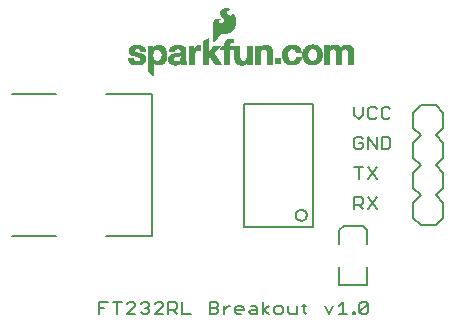
<source format=gto>
G75*
G70*
%OFA0B0*%
%FSLAX24Y24*%
%IPPOS*%
%LPD*%
%AMOC8*
5,1,8,0,0,1.08239X$1,22.5*
%
%ADD10C,0.0080*%
%ADD11C,0.0050*%
%ADD12C,0.0060*%
%ADD13C,0.0010*%
%ADD14R,0.0195X0.0191*%
D10*
X004592Y001141D02*
X004592Y001561D01*
X004872Y001561D01*
X005052Y001561D02*
X005333Y001561D01*
X005193Y001561D02*
X005193Y001141D01*
X005513Y001141D02*
X005793Y001421D01*
X005793Y001491D01*
X005723Y001561D01*
X005583Y001561D01*
X005513Y001491D01*
X005513Y001141D02*
X005793Y001141D01*
X005973Y001211D02*
X006043Y001141D01*
X006183Y001141D01*
X006253Y001211D01*
X006253Y001281D01*
X006183Y001351D01*
X006113Y001351D01*
X006183Y001351D02*
X006253Y001421D01*
X006253Y001491D01*
X006183Y001561D01*
X006043Y001561D01*
X005973Y001491D01*
X006434Y001491D02*
X006504Y001561D01*
X006644Y001561D01*
X006714Y001491D01*
X006714Y001421D01*
X006434Y001141D01*
X006714Y001141D01*
X006894Y001141D02*
X006894Y001561D01*
X007104Y001561D01*
X007174Y001491D01*
X007174Y001351D01*
X007104Y001281D01*
X006894Y001281D01*
X007034Y001281D02*
X007174Y001141D01*
X007354Y001141D02*
X007634Y001141D01*
X007354Y001141D02*
X007354Y001561D01*
X008275Y001561D02*
X008275Y001141D01*
X008485Y001141D01*
X008555Y001211D01*
X008555Y001281D01*
X008485Y001351D01*
X008275Y001351D01*
X008485Y001351D02*
X008555Y001421D01*
X008555Y001491D01*
X008485Y001561D01*
X008275Y001561D01*
X008735Y001421D02*
X008735Y001141D01*
X008735Y001281D02*
X008875Y001421D01*
X008945Y001421D01*
X009119Y001351D02*
X009189Y001421D01*
X009329Y001421D01*
X009399Y001351D01*
X009399Y001281D01*
X009119Y001281D01*
X009119Y001211D02*
X009119Y001351D01*
X009119Y001211D02*
X009189Y001141D01*
X009329Y001141D01*
X009579Y001211D02*
X009649Y001281D01*
X009860Y001281D01*
X009860Y001351D02*
X009860Y001141D01*
X009649Y001141D01*
X009579Y001211D01*
X009649Y001421D02*
X009789Y001421D01*
X009860Y001351D01*
X010040Y001281D02*
X010250Y001421D01*
X010423Y001351D02*
X010423Y001211D01*
X010493Y001141D01*
X010633Y001141D01*
X010704Y001211D01*
X010704Y001351D01*
X010633Y001421D01*
X010493Y001421D01*
X010423Y001351D01*
X010250Y001141D02*
X010040Y001281D01*
X010040Y001141D02*
X010040Y001561D01*
X010884Y001421D02*
X010884Y001211D01*
X010954Y001141D01*
X011164Y001141D01*
X011164Y001421D01*
X011344Y001421D02*
X011484Y001421D01*
X011414Y001491D02*
X011414Y001211D01*
X011484Y001141D01*
X012111Y001421D02*
X012251Y001141D01*
X012391Y001421D01*
X012572Y001421D02*
X012712Y001561D01*
X012712Y001141D01*
X012572Y001141D02*
X012852Y001141D01*
X013032Y001141D02*
X013102Y001141D01*
X013102Y001211D01*
X013032Y001211D01*
X013032Y001141D01*
X013262Y001211D02*
X013542Y001491D01*
X013542Y001211D01*
X013472Y001141D01*
X013332Y001141D01*
X013262Y001211D01*
X013262Y001491D01*
X013332Y001561D01*
X013472Y001561D01*
X013542Y001491D01*
X013525Y002117D02*
X012580Y002117D01*
X012580Y002707D01*
X012580Y003494D02*
X012580Y003928D01*
X012737Y004085D01*
X013367Y004085D01*
X013525Y003928D01*
X013525Y003494D01*
X013525Y002707D02*
X013525Y002117D01*
X015302Y004101D02*
X015802Y004101D01*
X016052Y004351D01*
X016052Y004851D01*
X015802Y005101D01*
X016052Y005351D01*
X016052Y005851D01*
X015802Y006101D01*
X016052Y006351D01*
X016052Y006851D01*
X015802Y007101D01*
X016052Y007351D01*
X016052Y007851D01*
X015802Y008101D01*
X015302Y008101D01*
X015052Y007851D01*
X015052Y007351D01*
X015302Y007101D01*
X015052Y006851D01*
X015052Y006351D01*
X015302Y006101D01*
X015052Y005851D01*
X015052Y005351D01*
X015302Y005101D01*
X015052Y004851D01*
X015052Y004351D01*
X015302Y004101D01*
X013833Y004641D02*
X013552Y005061D01*
X013372Y004991D02*
X013372Y004851D01*
X013302Y004781D01*
X013092Y004781D01*
X013092Y004641D02*
X013092Y005061D01*
X013302Y005061D01*
X013372Y004991D01*
X013232Y004781D02*
X013372Y004641D01*
X013552Y004641D02*
X013833Y005061D01*
X013833Y005641D02*
X013552Y006061D01*
X013372Y006061D02*
X013092Y006061D01*
X013232Y006061D02*
X013232Y005641D01*
X013552Y005641D02*
X013833Y006061D01*
X013833Y006641D02*
X013833Y007061D01*
X014013Y007061D02*
X014223Y007061D01*
X014293Y006991D01*
X014293Y006711D01*
X014223Y006641D01*
X014013Y006641D01*
X014013Y007061D01*
X013833Y006641D02*
X013552Y007061D01*
X013552Y006641D01*
X013372Y006711D02*
X013372Y006851D01*
X013232Y006851D01*
X013092Y006991D02*
X013092Y006711D01*
X013162Y006641D01*
X013302Y006641D01*
X013372Y006711D01*
X013372Y006991D02*
X013302Y007061D01*
X013162Y007061D01*
X013092Y006991D01*
X013232Y007641D02*
X013372Y007781D01*
X013372Y008061D01*
X013552Y007991D02*
X013552Y007711D01*
X013623Y007641D01*
X013763Y007641D01*
X013833Y007711D01*
X014013Y007711D02*
X014083Y007641D01*
X014223Y007641D01*
X014293Y007711D01*
X014013Y007711D02*
X014013Y007991D01*
X014083Y008061D01*
X014223Y008061D01*
X014293Y007991D01*
X013833Y007991D02*
X013763Y008061D01*
X013623Y008061D01*
X013552Y007991D01*
X013092Y008061D02*
X013092Y007781D01*
X013232Y007641D01*
X004732Y001351D02*
X004592Y001351D01*
D11*
X004816Y003739D02*
X006351Y003739D01*
X006351Y008463D01*
X004816Y008463D01*
X003162Y008463D02*
X001666Y008463D01*
X001666Y003739D02*
X003162Y003739D01*
D12*
X009401Y004054D02*
X011704Y004054D01*
X011704Y008148D01*
X009401Y008148D01*
X009401Y004054D01*
X011139Y004437D02*
X011141Y004463D01*
X011147Y004489D01*
X011156Y004514D01*
X011169Y004537D01*
X011185Y004558D01*
X011204Y004576D01*
X011226Y004592D01*
X011249Y004604D01*
X011274Y004612D01*
X011300Y004617D01*
X011327Y004618D01*
X011353Y004615D01*
X011378Y004608D01*
X011403Y004598D01*
X011425Y004584D01*
X011446Y004567D01*
X011463Y004548D01*
X011478Y004526D01*
X011489Y004502D01*
X011497Y004476D01*
X011501Y004450D01*
X011501Y004424D01*
X011497Y004398D01*
X011489Y004372D01*
X011478Y004348D01*
X011463Y004326D01*
X011446Y004307D01*
X011425Y004290D01*
X011403Y004276D01*
X011378Y004266D01*
X011353Y004259D01*
X011327Y004256D01*
X011300Y004257D01*
X011274Y004262D01*
X011249Y004270D01*
X011226Y004282D01*
X011204Y004298D01*
X011185Y004316D01*
X011169Y004337D01*
X011156Y004360D01*
X011147Y004385D01*
X011141Y004411D01*
X011139Y004437D01*
D13*
X009945Y010014D02*
X009956Y010029D01*
X009972Y010047D01*
X009990Y010064D01*
X010026Y010086D01*
X010065Y010101D01*
X010106Y010107D01*
X010185Y010105D01*
X010224Y010097D01*
X010259Y010080D01*
X010290Y010056D01*
X010309Y010033D01*
X010325Y010008D01*
X010335Y009980D01*
X010345Y009936D01*
X010348Y009892D01*
X010348Y009477D01*
X010187Y009477D01*
X010187Y009857D01*
X010348Y009857D01*
X010348Y009849D02*
X010187Y009849D01*
X010187Y009857D02*
X010185Y009886D01*
X010177Y009914D01*
X010164Y009940D01*
X010152Y009956D01*
X010136Y009969D01*
X010118Y009978D01*
X010105Y009981D01*
X010092Y009982D01*
X010048Y009980D01*
X010025Y009976D01*
X010004Y009968D01*
X009985Y009955D01*
X009964Y009931D01*
X009949Y009904D01*
X009940Y009873D01*
X009937Y009842D01*
X009937Y009815D01*
X009937Y009473D01*
X009771Y009473D01*
X009771Y010092D01*
X009930Y010092D01*
X009930Y010005D01*
X009933Y010005D01*
X009937Y010006D01*
X009940Y010008D01*
X009945Y010014D01*
X009956Y010029D01*
X009956Y010028D02*
X010312Y010028D01*
X010317Y010020D02*
X009949Y010020D01*
X009943Y010011D02*
X010322Y010011D01*
X010326Y010002D02*
X009771Y010002D01*
X009771Y009994D02*
X010330Y009994D01*
X010333Y009985D02*
X009771Y009985D01*
X009771Y009977D02*
X010029Y009977D01*
X010006Y009968D02*
X009771Y009968D01*
X009771Y009960D02*
X009992Y009960D01*
X009982Y009951D02*
X009771Y009951D01*
X009771Y009943D02*
X009974Y009943D01*
X009966Y009934D02*
X009771Y009934D01*
X009771Y009926D02*
X009961Y009926D01*
X009956Y009917D02*
X009771Y009917D01*
X009771Y009909D02*
X009952Y009909D01*
X009948Y009900D02*
X009771Y009900D01*
X009771Y009891D02*
X009946Y009891D01*
X009943Y009883D02*
X009771Y009883D01*
X009771Y009874D02*
X009941Y009874D01*
X009940Y009866D02*
X009771Y009866D01*
X009771Y009857D02*
X009939Y009857D01*
X009938Y009849D02*
X009771Y009849D01*
X009771Y009840D02*
X009937Y009840D01*
X009937Y009832D02*
X009771Y009832D01*
X009771Y009823D02*
X009937Y009823D01*
X009937Y009815D02*
X009937Y009473D01*
X009771Y009473D01*
X009937Y009473D01*
X009937Y009481D02*
X009771Y009481D01*
X009771Y009473D02*
X009771Y010092D01*
X009930Y010092D01*
X009930Y010005D01*
X009933Y010005D01*
X009930Y010011D02*
X009771Y010011D01*
X009771Y010020D02*
X009930Y010020D01*
X009933Y010004D02*
X009937Y010005D01*
X009940Y010007D01*
X009930Y010028D02*
X009771Y010028D01*
X009771Y010037D02*
X009930Y010037D01*
X009930Y010045D02*
X009771Y010045D01*
X009771Y010054D02*
X009930Y010054D01*
X009930Y010062D02*
X009771Y010062D01*
X009771Y010071D02*
X009930Y010071D01*
X009930Y010079D02*
X009771Y010079D01*
X009771Y010088D02*
X009930Y010088D01*
X009946Y010013D02*
X009941Y010007D01*
X009963Y010037D02*
X010306Y010037D01*
X010299Y010045D02*
X009970Y010045D01*
X009979Y010054D02*
X010292Y010054D01*
X010282Y010062D02*
X009988Y010062D01*
X010001Y010071D02*
X010271Y010071D01*
X010260Y010079D02*
X010015Y010079D01*
X010030Y010088D02*
X010242Y010088D01*
X010224Y010096D02*
X010053Y010096D01*
X010094Y010105D02*
X010177Y010105D01*
X010120Y009977D02*
X010336Y009977D01*
X010338Y009968D02*
X010137Y009968D01*
X010147Y009960D02*
X010339Y009960D01*
X010341Y009951D02*
X010155Y009951D01*
X010162Y009943D02*
X010343Y009943D01*
X010345Y009934D02*
X010167Y009934D01*
X010185Y010104D02*
X010208Y010101D01*
X010230Y010094D01*
X010252Y010084D01*
X010272Y010071D01*
X010289Y010055D01*
X010345Y009926D02*
X010171Y009926D01*
X010335Y009979D02*
X010328Y010000D01*
X010318Y010020D01*
X010305Y010039D01*
X010290Y010055D01*
X010346Y009917D02*
X010175Y009917D01*
X010178Y009909D02*
X010347Y009909D01*
X010347Y009900D02*
X010181Y009900D01*
X010183Y009891D02*
X010348Y009891D01*
X010348Y009892D02*
X010348Y009477D01*
X010187Y009477D01*
X010187Y009857D01*
X010186Y009866D02*
X010348Y009866D01*
X010348Y009874D02*
X010186Y009874D01*
X010185Y009883D02*
X010348Y009883D01*
X010348Y009840D02*
X010187Y009840D01*
X010187Y009832D02*
X010348Y009832D01*
X010348Y009823D02*
X010187Y009823D01*
X010187Y009815D02*
X010348Y009815D01*
X010348Y009806D02*
X010187Y009806D01*
X010187Y009797D02*
X010348Y009797D01*
X010348Y009789D02*
X010187Y009789D01*
X010187Y009780D02*
X010348Y009780D01*
X010348Y009772D02*
X010187Y009772D01*
X010187Y009763D02*
X010348Y009763D01*
X010348Y009755D02*
X010187Y009755D01*
X010187Y009746D02*
X010348Y009746D01*
X010348Y009738D02*
X010187Y009738D01*
X010187Y009729D02*
X010348Y009729D01*
X010348Y009721D02*
X010187Y009721D01*
X010187Y009712D02*
X010348Y009712D01*
X010348Y009703D02*
X010187Y009703D01*
X010187Y009695D02*
X010348Y009695D01*
X010348Y009686D02*
X010187Y009686D01*
X010187Y009678D02*
X010348Y009678D01*
X010348Y009669D02*
X010187Y009669D01*
X010187Y009661D02*
X010348Y009661D01*
X010348Y009652D02*
X010187Y009652D01*
X010187Y009644D02*
X010348Y009644D01*
X010348Y009635D02*
X010187Y009635D01*
X010187Y009627D02*
X010348Y009627D01*
X010348Y009618D02*
X010187Y009618D01*
X010187Y009609D02*
X010348Y009609D01*
X010348Y009601D02*
X010187Y009601D01*
X010187Y009592D02*
X010348Y009592D01*
X010348Y009584D02*
X010187Y009584D01*
X010187Y009575D02*
X010348Y009575D01*
X010348Y009567D02*
X010187Y009567D01*
X010187Y009558D02*
X010348Y009558D01*
X010348Y009550D02*
X010187Y009550D01*
X010187Y009541D02*
X010348Y009541D01*
X010348Y009533D02*
X010187Y009533D01*
X010187Y009524D02*
X010348Y009524D01*
X010348Y009516D02*
X010187Y009516D01*
X010187Y009507D02*
X010348Y009507D01*
X010348Y009498D02*
X010187Y009498D01*
X010187Y009490D02*
X010348Y009490D01*
X010348Y009481D02*
X010187Y009481D01*
X010185Y010106D02*
X010146Y010108D01*
X010106Y010107D01*
X009989Y010064D02*
X009971Y010048D01*
X009955Y010029D01*
X010336Y009980D02*
X010343Y009951D01*
X010347Y009921D01*
X010349Y009891D01*
X010107Y010107D02*
X010082Y010104D01*
X010057Y010098D01*
X010034Y010090D01*
X010011Y010078D01*
X009991Y010064D01*
X010092Y009982D02*
X010105Y009981D01*
X010118Y009978D01*
X010132Y009971D01*
X010145Y009963D01*
X010155Y009952D01*
X010164Y009940D01*
X009949Y009903D02*
X009943Y009883D01*
X009939Y009862D01*
X009937Y009841D01*
X009937Y009815D02*
X009771Y009815D01*
X009771Y009806D02*
X009937Y009806D01*
X009937Y009797D02*
X009771Y009797D01*
X009771Y009789D02*
X009937Y009789D01*
X009937Y009780D02*
X009771Y009780D01*
X009771Y009772D02*
X009937Y009772D01*
X009937Y009763D02*
X009771Y009763D01*
X009771Y009755D02*
X009937Y009755D01*
X009937Y009746D02*
X009771Y009746D01*
X009771Y009738D02*
X009937Y009738D01*
X009937Y009729D02*
X009771Y009729D01*
X009771Y009721D02*
X009937Y009721D01*
X009937Y009712D02*
X009771Y009712D01*
X009771Y009703D02*
X009937Y009703D01*
X009937Y009695D02*
X009771Y009695D01*
X009771Y009686D02*
X009937Y009686D01*
X009937Y009678D02*
X009771Y009678D01*
X009771Y009669D02*
X009937Y009669D01*
X009937Y009661D02*
X009771Y009661D01*
X009771Y009652D02*
X009937Y009652D01*
X009937Y009644D02*
X009771Y009644D01*
X009771Y009635D02*
X009937Y009635D01*
X009937Y009627D02*
X009771Y009627D01*
X009771Y009618D02*
X009937Y009618D01*
X009937Y009609D02*
X009771Y009609D01*
X009771Y009601D02*
X009937Y009601D01*
X009937Y009592D02*
X009771Y009592D01*
X009771Y009584D02*
X009937Y009584D01*
X009937Y009575D02*
X009771Y009575D01*
X009771Y009567D02*
X009937Y009567D01*
X009937Y009558D02*
X009771Y009558D01*
X009771Y009550D02*
X009937Y009550D01*
X009937Y009541D02*
X009771Y009541D01*
X009771Y009533D02*
X009937Y009533D01*
X009937Y009524D02*
X009771Y009524D01*
X009771Y009516D02*
X009937Y009516D01*
X009937Y009507D02*
X009771Y009507D01*
X009771Y009498D02*
X009937Y009498D01*
X009937Y009490D02*
X009771Y009490D01*
X009673Y009490D02*
X009515Y009490D01*
X009515Y009498D02*
X009673Y009498D01*
X009673Y009507D02*
X009515Y009507D01*
X009515Y009516D02*
X009673Y009516D01*
X009673Y009524D02*
X009515Y009524D01*
X009515Y009533D02*
X009673Y009533D01*
X009673Y009541D02*
X009515Y009541D01*
X009515Y009550D02*
X009673Y009550D01*
X009673Y009558D02*
X009515Y009558D01*
X009515Y009567D02*
X009673Y009567D01*
X009673Y009575D02*
X009113Y009575D01*
X009110Y009583D02*
X009129Y009544D01*
X009155Y009509D01*
X009165Y009500D01*
X009201Y009479D01*
X009239Y009466D01*
X009280Y009460D01*
X009339Y009461D01*
X009397Y009470D01*
X009407Y009473D01*
X009219Y009473D01*
X009197Y009481D02*
X009422Y009481D01*
X009417Y009478D02*
X009454Y009504D01*
X009486Y009535D01*
X009514Y009570D01*
X009515Y009570D01*
X009515Y009476D01*
X009673Y009476D01*
X009673Y010091D01*
X009507Y010091D01*
X009507Y009764D01*
X009504Y009715D01*
X009495Y009667D01*
X009487Y009644D01*
X009473Y009624D01*
X009455Y009608D01*
X009434Y009596D01*
X009406Y009587D01*
X009377Y009584D01*
X009347Y009588D01*
X009319Y009597D01*
X009303Y009606D01*
X009288Y009619D01*
X009277Y009634D01*
X009263Y009665D01*
X009257Y009699D01*
X009257Y010093D01*
X009094Y010093D01*
X009094Y009668D01*
X009098Y009624D01*
X009110Y009583D01*
X009110Y009584D02*
X009673Y009584D01*
X009673Y009592D02*
X009423Y009592D01*
X009443Y009601D02*
X009673Y009601D01*
X009673Y009609D02*
X009457Y009609D01*
X009466Y009618D02*
X009673Y009618D01*
X009673Y009627D02*
X009475Y009627D01*
X009480Y009635D02*
X009673Y009635D01*
X009673Y009644D02*
X009486Y009644D01*
X009490Y009652D02*
X009673Y009652D01*
X009673Y009661D02*
X009493Y009661D01*
X009496Y009669D02*
X009673Y009669D01*
X009673Y009678D02*
X009497Y009678D01*
X009499Y009686D02*
X009673Y009686D01*
X009673Y009695D02*
X009500Y009695D01*
X009502Y009703D02*
X009673Y009703D01*
X009673Y009712D02*
X009504Y009712D01*
X009504Y009721D02*
X009673Y009721D01*
X009673Y009729D02*
X009505Y009729D01*
X009506Y009738D02*
X009673Y009738D01*
X009673Y009746D02*
X009506Y009746D01*
X009507Y009755D02*
X009673Y009755D01*
X009673Y009763D02*
X009507Y009763D01*
X009507Y009772D02*
X009673Y009772D01*
X009673Y009780D02*
X009507Y009780D01*
X009507Y009789D02*
X009673Y009789D01*
X009673Y009797D02*
X009507Y009797D01*
X009507Y009806D02*
X009673Y009806D01*
X009673Y009815D02*
X009507Y009815D01*
X009507Y009823D02*
X009673Y009823D01*
X009673Y009832D02*
X009507Y009832D01*
X009507Y009840D02*
X009673Y009840D01*
X009673Y009849D02*
X009507Y009849D01*
X009507Y009857D02*
X009673Y009857D01*
X009673Y009866D02*
X009507Y009866D01*
X009507Y009874D02*
X009673Y009874D01*
X009673Y009883D02*
X009507Y009883D01*
X009507Y009891D02*
X009673Y009891D01*
X009673Y009900D02*
X009507Y009900D01*
X009507Y009909D02*
X009673Y009909D01*
X009673Y009917D02*
X009507Y009917D01*
X009507Y009926D02*
X009673Y009926D01*
X009673Y009934D02*
X009507Y009934D01*
X009507Y009943D02*
X009673Y009943D01*
X009673Y009951D02*
X009507Y009951D01*
X009507Y009960D02*
X009673Y009960D01*
X009673Y009968D02*
X009507Y009968D01*
X009507Y009977D02*
X009673Y009977D01*
X009673Y009985D02*
X009507Y009985D01*
X009507Y009994D02*
X009673Y009994D01*
X009673Y010002D02*
X009507Y010002D01*
X009507Y010011D02*
X009673Y010011D01*
X009673Y010020D02*
X009507Y010020D01*
X009507Y010028D02*
X009673Y010028D01*
X009673Y010037D02*
X009507Y010037D01*
X009507Y010045D02*
X009673Y010045D01*
X009673Y010054D02*
X009507Y010054D01*
X009507Y010062D02*
X009673Y010062D01*
X009673Y010071D02*
X009507Y010071D01*
X009507Y010079D02*
X009673Y010079D01*
X009673Y010088D02*
X009507Y010088D01*
X009257Y010088D02*
X009094Y010088D01*
X009094Y010079D02*
X009257Y010079D01*
X009257Y010071D02*
X009094Y010071D01*
X009094Y010062D02*
X009257Y010062D01*
X009257Y010054D02*
X009094Y010054D01*
X009094Y010045D02*
X009257Y010045D01*
X009257Y010037D02*
X009094Y010037D01*
X009094Y010028D02*
X009257Y010028D01*
X009257Y010020D02*
X009094Y010020D01*
X009094Y010011D02*
X009257Y010011D01*
X009257Y010002D02*
X009094Y010002D01*
X009094Y009994D02*
X009257Y009994D01*
X009257Y009985D02*
X009094Y009985D01*
X009094Y009977D02*
X009257Y009977D01*
X009257Y009968D02*
X009094Y009968D01*
X009094Y009960D02*
X009257Y009960D01*
X009257Y009951D02*
X009094Y009951D01*
X009094Y009943D02*
X009257Y009943D01*
X009257Y009934D02*
X009094Y009934D01*
X009094Y009926D02*
X009257Y009926D01*
X009257Y009917D02*
X009094Y009917D01*
X009094Y009909D02*
X009257Y009909D01*
X009257Y009900D02*
X009094Y009900D01*
X009094Y009891D02*
X009257Y009891D01*
X009257Y009883D02*
X009094Y009883D01*
X009094Y009874D02*
X009257Y009874D01*
X009257Y009866D02*
X009094Y009866D01*
X009094Y009857D02*
X009257Y009857D01*
X009257Y009849D02*
X009094Y009849D01*
X009094Y009840D02*
X009257Y009840D01*
X009257Y009832D02*
X009094Y009832D01*
X009094Y009823D02*
X009257Y009823D01*
X009257Y009815D02*
X009094Y009815D01*
X009094Y009806D02*
X009257Y009806D01*
X009257Y009797D02*
X009094Y009797D01*
X009094Y009789D02*
X009257Y009789D01*
X009257Y009780D02*
X009094Y009780D01*
X009094Y009772D02*
X009257Y009772D01*
X009257Y009763D02*
X009094Y009763D01*
X009094Y009755D02*
X009257Y009755D01*
X009257Y009746D02*
X009094Y009746D01*
X009094Y009738D02*
X009257Y009738D01*
X009257Y009729D02*
X009094Y009729D01*
X009094Y009721D02*
X009257Y009721D01*
X009257Y009712D02*
X009094Y009712D01*
X009094Y009703D02*
X009257Y009703D01*
X009258Y009695D02*
X009094Y009695D01*
X009094Y009686D02*
X009259Y009686D01*
X009261Y009678D02*
X009094Y009678D01*
X009094Y009669D02*
X009262Y009669D01*
X009265Y009661D02*
X009095Y009661D01*
X009096Y009652D02*
X009269Y009652D01*
X009273Y009644D02*
X009096Y009644D01*
X009097Y009635D02*
X009277Y009635D01*
X009283Y009627D02*
X009098Y009627D01*
X009100Y009618D02*
X009289Y009618D01*
X009299Y009609D02*
X009102Y009609D01*
X009105Y009601D02*
X009312Y009601D01*
X009333Y009592D02*
X009107Y009592D01*
X009118Y009567D02*
X009512Y009567D01*
X009505Y009558D02*
X009122Y009558D01*
X009126Y009550D02*
X009498Y009550D01*
X009491Y009541D02*
X009131Y009541D01*
X009137Y009533D02*
X009484Y009533D01*
X009475Y009524D02*
X009144Y009524D01*
X009150Y009516D02*
X009466Y009516D01*
X009457Y009507D02*
X009157Y009507D01*
X009167Y009498D02*
X009446Y009498D01*
X009434Y009490D02*
X009182Y009490D01*
X009249Y009464D02*
X009360Y009464D01*
X009407Y009473D02*
X009417Y009478D01*
X009515Y009481D02*
X009673Y009481D01*
X010187Y009857D02*
X010186Y009879D01*
X010181Y009900D01*
X010174Y009920D01*
X010164Y009940D01*
X009985Y009955D02*
X009970Y009940D01*
X009958Y009923D01*
X009949Y009904D01*
X009986Y009955D02*
X010000Y009965D01*
X010015Y009973D01*
X010031Y009978D01*
X010049Y009980D01*
X010685Y009849D02*
X010850Y009849D01*
X010850Y009848D02*
X010846Y009802D01*
X010851Y009740D01*
X010865Y009679D01*
X010878Y009650D01*
X010897Y009624D01*
X010922Y009604D01*
X010951Y009591D01*
X010983Y009583D01*
X011015Y009582D01*
X011039Y009585D01*
X011062Y009592D01*
X011084Y009603D01*
X011102Y009617D01*
X011117Y009635D01*
X011130Y009659D01*
X011139Y009685D01*
X011143Y009712D01*
X011303Y009712D01*
X011303Y009710D01*
X011302Y009691D01*
X011298Y009673D01*
X011277Y009618D01*
X011103Y009618D01*
X011110Y009627D02*
X011280Y009627D01*
X011283Y009635D02*
X011117Y009635D01*
X011122Y009644D02*
X011287Y009644D01*
X011290Y009652D02*
X011127Y009652D01*
X011131Y009661D02*
X011293Y009661D01*
X011297Y009669D02*
X011134Y009669D01*
X011137Y009678D02*
X011299Y009678D01*
X011301Y009686D02*
X011139Y009686D01*
X011141Y009695D02*
X011302Y009695D01*
X011303Y009703D02*
X011142Y009703D01*
X011093Y009609D02*
X011271Y009609D01*
X011266Y009601D02*
X011080Y009601D01*
X011064Y009592D02*
X011260Y009592D01*
X011255Y009584D02*
X011032Y009584D01*
X010981Y009584D02*
X010739Y009584D01*
X010734Y009592D02*
X010948Y009592D01*
X010929Y009601D02*
X010728Y009601D01*
X010722Y009609D02*
X010916Y009609D01*
X010905Y009618D02*
X010718Y009618D01*
X010721Y009611D02*
X010701Y009655D01*
X010688Y009701D01*
X010682Y009749D01*
X010685Y009847D01*
X010697Y009905D01*
X010720Y009961D01*
X010752Y010011D01*
X010794Y010054D01*
X011222Y010054D01*
X011216Y010060D02*
X011250Y010025D01*
X011275Y009983D01*
X011292Y009937D01*
X011301Y009890D01*
X011136Y009890D01*
X011136Y009891D01*
X011133Y009914D01*
X011125Y009937D01*
X011113Y009957D01*
X011096Y009974D01*
X011075Y009986D01*
X011043Y009996D01*
X011009Y010000D01*
X010975Y009997D01*
X010942Y009990D01*
X010925Y009982D01*
X010910Y009970D01*
X010882Y009933D01*
X010862Y009892D01*
X010850Y009848D01*
X010849Y009840D02*
X010685Y009840D01*
X010685Y009832D02*
X010849Y009832D01*
X010848Y009823D02*
X010684Y009823D01*
X010684Y009815D02*
X010847Y009815D01*
X010846Y009806D02*
X010684Y009806D01*
X010684Y009797D02*
X010846Y009797D01*
X010847Y009789D02*
X010683Y009789D01*
X010683Y009780D02*
X010848Y009780D01*
X010849Y009772D02*
X010683Y009772D01*
X010683Y009763D02*
X010849Y009763D01*
X010850Y009755D02*
X010682Y009755D01*
X010682Y009746D02*
X010851Y009746D01*
X010852Y009738D02*
X010683Y009738D01*
X010685Y009729D02*
X010854Y009729D01*
X010856Y009721D02*
X010686Y009721D01*
X010687Y009712D02*
X010858Y009712D01*
X010859Y009703D02*
X010688Y009703D01*
X010690Y009695D02*
X010861Y009695D01*
X010863Y009686D02*
X010692Y009686D01*
X010694Y009678D02*
X010866Y009678D01*
X010869Y009669D02*
X010697Y009669D01*
X010699Y009661D02*
X010873Y009661D01*
X010877Y009652D02*
X010702Y009652D01*
X010706Y009644D02*
X010882Y009644D01*
X010889Y009635D02*
X010710Y009635D01*
X010714Y009627D02*
X010896Y009627D01*
X010822Y009507D02*
X011173Y009507D01*
X011186Y009516D02*
X010808Y009516D01*
X010814Y009511D02*
X010778Y009538D01*
X010748Y009571D01*
X010721Y009611D01*
X010745Y009575D02*
X011249Y009575D01*
X011245Y009569D02*
X011203Y009527D01*
X011154Y009495D01*
X011111Y009477D01*
X011066Y009466D01*
X011019Y009462D01*
X010957Y009466D01*
X010895Y009477D01*
X010853Y009491D01*
X010814Y009511D01*
X010797Y009524D02*
X011199Y009524D01*
X011209Y009533D02*
X010786Y009533D01*
X010776Y009541D02*
X011217Y009541D01*
X011226Y009550D02*
X010768Y009550D01*
X010760Y009558D02*
X011234Y009558D01*
X011243Y009567D02*
X010752Y009567D01*
X010838Y009498D02*
X011160Y009498D01*
X011143Y009490D02*
X010856Y009490D01*
X010881Y009481D02*
X011122Y009481D01*
X011096Y009473D02*
X010917Y009473D01*
X010979Y009464D02*
X011050Y009464D01*
X011245Y009569D02*
X011277Y009618D01*
X011379Y009654D02*
X011355Y009807D01*
X011387Y009947D01*
X011471Y010054D01*
X011669Y010054D01*
X011669Y010062D02*
X011488Y010062D01*
X011471Y010054D02*
X011604Y010120D01*
X011662Y010127D01*
X011664Y010127D01*
X011669Y010125D01*
X011669Y010010D01*
X011625Y010004D01*
X011578Y009978D01*
X011546Y009934D01*
X011530Y009898D01*
X011519Y009839D01*
X011517Y009765D01*
X011524Y009715D01*
X011539Y009669D01*
X011561Y009627D01*
X011628Y009586D01*
X011699Y009577D01*
X011770Y009601D01*
X011814Y009641D01*
X011836Y009690D01*
X011851Y009752D01*
X011851Y009809D01*
X011841Y009886D01*
X011811Y009951D01*
X011777Y009984D01*
X011738Y010005D01*
X011690Y010009D01*
X011686Y010009D01*
X011688Y010126D01*
X011767Y010116D01*
X011831Y010094D01*
X011909Y010040D01*
X011952Y009990D01*
X011993Y009898D01*
X012004Y009812D01*
X011994Y009729D01*
X011846Y009729D01*
X011848Y009738D02*
X011995Y009738D01*
X011996Y009746D02*
X011850Y009746D01*
X011851Y009755D02*
X011997Y009755D01*
X011998Y009763D02*
X011851Y009763D01*
X011851Y009772D02*
X011999Y009772D01*
X012000Y009780D02*
X011851Y009780D01*
X011851Y009789D02*
X012001Y009789D01*
X012002Y009797D02*
X011851Y009797D01*
X011851Y009806D02*
X012003Y009806D01*
X012004Y009815D02*
X011850Y009815D01*
X011849Y009823D02*
X012003Y009823D01*
X012002Y009832D02*
X011848Y009832D01*
X011847Y009840D02*
X012000Y009840D01*
X011999Y009849D02*
X011846Y009849D01*
X011845Y009857D02*
X011998Y009857D01*
X011997Y009866D02*
X011844Y009866D01*
X011843Y009874D02*
X011996Y009874D01*
X011995Y009883D02*
X011842Y009883D01*
X011839Y009891D02*
X011994Y009891D01*
X011992Y009900D02*
X011835Y009900D01*
X011831Y009909D02*
X011988Y009909D01*
X011985Y009917D02*
X011827Y009917D01*
X011823Y009926D02*
X011981Y009926D01*
X011977Y009934D02*
X011819Y009934D01*
X011815Y009943D02*
X011973Y009943D01*
X011969Y009951D02*
X011811Y009951D01*
X011802Y009960D02*
X011965Y009960D01*
X011962Y009968D02*
X011793Y009968D01*
X011784Y009977D02*
X011958Y009977D01*
X011954Y009985D02*
X011774Y009985D01*
X011758Y009994D02*
X011949Y009994D01*
X011941Y010002D02*
X011742Y010002D01*
X011686Y010011D02*
X011934Y010011D01*
X011926Y010020D02*
X011686Y010020D01*
X011686Y010028D02*
X011919Y010028D01*
X011912Y010037D02*
X011687Y010037D01*
X011687Y010045D02*
X011901Y010045D01*
X011889Y010054D02*
X011687Y010054D01*
X011687Y010062D02*
X011877Y010062D01*
X011864Y010071D02*
X011687Y010071D01*
X011687Y010079D02*
X011852Y010079D01*
X011840Y010088D02*
X011687Y010088D01*
X011688Y010096D02*
X011823Y010096D01*
X011799Y010105D02*
X011688Y010105D01*
X011688Y010114D02*
X011774Y010114D01*
X011717Y010122D02*
X011688Y010122D01*
X011688Y010130D02*
X011682Y010130D01*
X011682Y010005D01*
X011674Y010003D02*
X011665Y010003D01*
X011669Y010011D02*
X011438Y010011D01*
X011444Y010020D02*
X011669Y010020D01*
X011669Y010028D02*
X011451Y010028D01*
X011458Y010037D02*
X011669Y010037D01*
X011669Y010045D02*
X011464Y010045D01*
X011505Y010071D02*
X011669Y010071D01*
X011669Y010079D02*
X011523Y010079D01*
X011540Y010088D02*
X011669Y010088D01*
X011669Y010096D02*
X011557Y010096D01*
X011574Y010105D02*
X011669Y010105D01*
X011669Y010114D02*
X011591Y010114D01*
X011623Y010122D02*
X011669Y010122D01*
X011674Y010130D02*
X011674Y010003D01*
X011623Y010002D02*
X011431Y010002D01*
X011424Y009994D02*
X011607Y009994D01*
X011592Y009985D02*
X011417Y009985D01*
X011411Y009977D02*
X011577Y009977D01*
X011571Y009968D02*
X011404Y009968D01*
X011397Y009960D02*
X011565Y009960D01*
X011559Y009951D02*
X011391Y009951D01*
X011386Y009943D02*
X011553Y009943D01*
X011546Y009934D02*
X011384Y009934D01*
X011382Y009926D02*
X011543Y009926D01*
X011539Y009917D02*
X011380Y009917D01*
X011378Y009909D02*
X011535Y009909D01*
X011531Y009900D02*
X011376Y009900D01*
X011374Y009891D02*
X011529Y009891D01*
X011527Y009883D02*
X011372Y009883D01*
X011371Y009874D02*
X011526Y009874D01*
X011524Y009866D02*
X011369Y009866D01*
X011367Y009857D02*
X011523Y009857D01*
X011521Y009849D02*
X011365Y009849D01*
X011363Y009840D02*
X011519Y009840D01*
X011519Y009832D02*
X011361Y009832D01*
X011359Y009823D02*
X011519Y009823D01*
X012010Y009812D02*
X012008Y009777D01*
X012004Y009741D01*
X011997Y009706D01*
X011988Y009672D01*
X011976Y009638D01*
X011970Y009644D02*
X011815Y009644D01*
X011819Y009652D02*
X011973Y009652D01*
X011975Y009661D02*
X011823Y009661D01*
X011827Y009669D02*
X011978Y009669D01*
X011980Y009678D02*
X011831Y009678D01*
X011835Y009686D02*
X011982Y009686D01*
X011985Y009695D02*
X011837Y009695D01*
X011839Y009703D02*
X011987Y009703D01*
X011989Y009712D02*
X011841Y009712D01*
X011844Y009721D02*
X011992Y009721D01*
X011994Y009729D02*
X011967Y009632D01*
X011935Y009581D01*
X011888Y009536D01*
X011844Y009505D01*
X011771Y009480D01*
X011672Y009470D01*
X011554Y009486D01*
X011442Y009556D01*
X011379Y009654D01*
X011380Y009652D02*
X011548Y009652D01*
X011552Y009644D02*
X011386Y009644D01*
X011391Y009635D02*
X011557Y009635D01*
X011561Y009627D02*
X011397Y009627D01*
X011402Y009618D02*
X011575Y009618D01*
X011589Y009609D02*
X011408Y009609D01*
X011413Y009601D02*
X011603Y009601D01*
X011617Y009592D02*
X011419Y009592D01*
X011424Y009584D02*
X011643Y009584D01*
X011720Y009584D02*
X011937Y009584D01*
X011942Y009592D02*
X011745Y009592D01*
X011770Y009601D02*
X011948Y009601D01*
X011953Y009609D02*
X011780Y009609D01*
X011789Y009618D02*
X011959Y009618D01*
X011964Y009627D02*
X011798Y009627D01*
X011808Y009635D02*
X011968Y009635D01*
X011929Y009575D02*
X011430Y009575D01*
X011435Y009567D02*
X011921Y009567D01*
X011912Y009558D02*
X011441Y009558D01*
X011452Y009550D02*
X011903Y009550D01*
X011894Y009541D02*
X011466Y009541D01*
X011479Y009533D02*
X011884Y009533D01*
X011871Y009524D02*
X011493Y009524D01*
X011507Y009516D02*
X011859Y009516D01*
X011847Y009507D02*
X011520Y009507D01*
X011534Y009498D02*
X011826Y009498D01*
X011801Y009490D02*
X011548Y009490D01*
X011587Y009481D02*
X011776Y009481D01*
X011702Y009473D02*
X011650Y009473D01*
X011543Y009661D02*
X011378Y009661D01*
X011377Y009669D02*
X011539Y009669D01*
X011536Y009678D02*
X011375Y009678D01*
X011374Y009686D02*
X011533Y009686D01*
X011531Y009695D02*
X011373Y009695D01*
X011371Y009703D02*
X011528Y009703D01*
X011525Y009712D02*
X011370Y009712D01*
X011369Y009721D02*
X011523Y009721D01*
X011522Y009729D02*
X011367Y009729D01*
X011366Y009738D02*
X011521Y009738D01*
X011520Y009746D02*
X011365Y009746D01*
X011363Y009755D02*
X011519Y009755D01*
X011517Y009763D02*
X011362Y009763D01*
X011361Y009772D02*
X011517Y009772D01*
X011518Y009780D02*
X011359Y009780D01*
X011358Y009789D02*
X011518Y009789D01*
X011518Y009797D02*
X011357Y009797D01*
X011355Y009806D02*
X011518Y009806D01*
X011519Y009815D02*
X011357Y009815D01*
X011835Y009877D02*
X011841Y009844D01*
X011845Y009811D01*
X011846Y009778D01*
X011360Y009717D02*
X011355Y009755D01*
X011354Y009793D01*
X011356Y009831D01*
X011361Y009868D01*
X011301Y009891D02*
X011136Y009891D01*
X011135Y009900D02*
X011299Y009900D01*
X011297Y009909D02*
X011134Y009909D01*
X011133Y009917D02*
X011296Y009917D01*
X011294Y009926D02*
X011129Y009926D01*
X011126Y009934D02*
X011292Y009934D01*
X011290Y009943D02*
X011122Y009943D01*
X011116Y009951D02*
X011287Y009951D01*
X011284Y009960D02*
X011110Y009960D01*
X011101Y009968D02*
X011280Y009968D01*
X011277Y009977D02*
X011090Y009977D01*
X011076Y009985D02*
X011274Y009985D01*
X011268Y009994D02*
X011050Y009994D01*
X010961Y009994D02*
X010741Y009994D01*
X010736Y009985D02*
X010932Y009985D01*
X010919Y009977D02*
X010730Y009977D01*
X010724Y009968D02*
X010909Y009968D01*
X010903Y009960D02*
X010719Y009960D01*
X010716Y009951D02*
X010896Y009951D01*
X010890Y009943D02*
X010712Y009943D01*
X010709Y009934D02*
X010883Y009934D01*
X010879Y009926D02*
X010705Y009926D01*
X010702Y009917D02*
X010875Y009917D01*
X010870Y009909D02*
X010698Y009909D01*
X010696Y009900D02*
X010866Y009900D01*
X010862Y009891D02*
X010694Y009891D01*
X010692Y009883D02*
X010860Y009883D01*
X010857Y009874D02*
X010691Y009874D01*
X010689Y009866D02*
X010855Y009866D01*
X010853Y009857D02*
X010687Y009857D01*
X010747Y010002D02*
X011263Y010002D01*
X011258Y010011D02*
X010753Y010011D01*
X010761Y010020D02*
X011253Y010020D01*
X011247Y010028D02*
X010769Y010028D01*
X010778Y010037D02*
X011239Y010037D01*
X011231Y010045D02*
X010786Y010045D01*
X010794Y010054D02*
X010843Y010088D01*
X010898Y010112D01*
X010957Y010125D01*
X011018Y010126D01*
X011075Y010118D01*
X011130Y010106D01*
X011176Y010088D01*
X011216Y010060D01*
X011213Y010062D02*
X010807Y010062D01*
X010819Y010071D02*
X011201Y010071D01*
X011188Y010079D02*
X010831Y010079D01*
X010844Y010088D02*
X011175Y010088D01*
X011154Y010096D02*
X010863Y010096D01*
X010883Y010105D02*
X011132Y010105D01*
X011096Y010114D02*
X010906Y010114D01*
X010945Y010122D02*
X011046Y010122D01*
X009937Y009841D02*
X009937Y009814D01*
X009047Y010204D02*
X009044Y010204D01*
X009033Y010205D01*
X008997Y010208D01*
X008960Y010205D01*
X008948Y010201D01*
X008937Y010193D01*
X008929Y010183D01*
X008922Y010165D01*
X008919Y010146D01*
X008919Y010091D01*
X008963Y010091D01*
X009036Y010091D01*
X009036Y009986D01*
X008918Y009986D01*
X008918Y009473D01*
X008754Y009473D01*
X008918Y009473D01*
X008918Y009481D02*
X008754Y009481D01*
X008754Y009473D02*
X008754Y009977D01*
X008918Y009977D01*
X008918Y009985D02*
X008660Y009985D01*
X008631Y010020D02*
X009036Y010020D01*
X009036Y010028D02*
X008639Y010028D01*
X008648Y010037D02*
X009036Y010037D01*
X009036Y010045D02*
X008657Y010045D01*
X008665Y010054D02*
X009036Y010054D01*
X009036Y010062D02*
X008674Y010062D01*
X008682Y010071D02*
X009036Y010071D01*
X009036Y010079D02*
X008691Y010079D01*
X008699Y010088D02*
X009036Y010088D01*
X009036Y010011D02*
X008622Y010011D01*
X008614Y010002D02*
X009036Y010002D01*
X009036Y009994D02*
X008605Y009994D01*
X008597Y009986D02*
X008702Y010091D01*
X008756Y010091D01*
X008756Y010109D01*
X008763Y010193D01*
X008769Y010215D01*
X008779Y010236D01*
X008792Y010255D01*
X008821Y010283D01*
X008856Y010304D01*
X008893Y010319D01*
X008933Y010326D01*
X008994Y010326D01*
X009046Y010323D01*
X009047Y010323D01*
X009047Y010204D01*
X009047Y010208D02*
X009004Y010208D01*
X008989Y010208D02*
X008767Y010208D01*
X008769Y010216D02*
X009047Y010216D01*
X009047Y010225D02*
X008773Y010225D01*
X008777Y010233D02*
X009047Y010233D01*
X009047Y010242D02*
X008783Y010242D01*
X008789Y010250D02*
X009047Y010250D01*
X009047Y010259D02*
X008796Y010259D01*
X008805Y010267D02*
X009047Y010267D01*
X009047Y010276D02*
X008814Y010276D01*
X008824Y010284D02*
X009047Y010284D01*
X009047Y010293D02*
X008838Y010293D01*
X008851Y010301D02*
X009047Y010301D01*
X009047Y010310D02*
X008870Y010310D01*
X008892Y010319D02*
X009047Y010319D01*
X008946Y010199D02*
X008765Y010199D01*
X008763Y010190D02*
X008935Y010190D01*
X008929Y010182D02*
X008762Y010182D01*
X008761Y010173D02*
X008925Y010173D01*
X008922Y010165D02*
X008761Y010165D01*
X008760Y010156D02*
X008921Y010156D01*
X008919Y010148D02*
X008759Y010148D01*
X008759Y010139D02*
X008919Y010139D01*
X008919Y010131D02*
X008758Y010131D01*
X008757Y010122D02*
X008919Y010122D01*
X008919Y010114D02*
X008757Y010114D01*
X008756Y010105D02*
X008919Y010105D01*
X008919Y010096D02*
X008756Y010096D01*
X008754Y009985D02*
X008597Y009986D01*
X008552Y010037D02*
X008369Y010037D01*
X008378Y010045D02*
X008561Y010045D01*
X008569Y010054D02*
X008386Y010054D01*
X008395Y010062D02*
X008578Y010062D01*
X008587Y010071D02*
X008403Y010071D01*
X008412Y010079D02*
X008596Y010079D01*
X008604Y010088D02*
X008420Y010088D01*
X008422Y010090D02*
X008606Y010090D01*
X008379Y009868D01*
X008641Y009475D01*
X008441Y009476D01*
X008273Y009753D01*
X008271Y009756D01*
X008200Y009687D01*
X008200Y009477D01*
X008200Y009472D01*
X008037Y009472D01*
X008035Y009474D01*
X008035Y010235D01*
X008198Y010328D01*
X008198Y009866D01*
X008380Y009866D01*
X008386Y009874D02*
X008207Y009874D01*
X008198Y009874D02*
X008035Y009874D01*
X008035Y009866D02*
X008198Y009866D01*
X008422Y010090D01*
X008360Y010028D02*
X008543Y010028D01*
X008534Y010020D02*
X008352Y010020D01*
X008343Y010011D02*
X008526Y010011D01*
X008517Y010002D02*
X008335Y010002D01*
X008326Y009994D02*
X008508Y009994D01*
X008499Y009985D02*
X008318Y009985D01*
X008309Y009977D02*
X008491Y009977D01*
X008482Y009968D02*
X008301Y009968D01*
X008292Y009960D02*
X008473Y009960D01*
X008464Y009951D02*
X008284Y009951D01*
X008275Y009943D02*
X008456Y009943D01*
X008447Y009934D02*
X008266Y009934D01*
X008258Y009926D02*
X008438Y009926D01*
X008430Y009917D02*
X008249Y009917D01*
X008241Y009909D02*
X008421Y009909D01*
X008412Y009900D02*
X008232Y009900D01*
X008224Y009891D02*
X008403Y009891D01*
X008395Y009883D02*
X008215Y009883D01*
X008198Y009883D02*
X008035Y009883D01*
X008035Y009891D02*
X008198Y009891D01*
X008198Y009900D02*
X008035Y009900D01*
X008035Y009909D02*
X008198Y009909D01*
X008198Y009917D02*
X008035Y009917D01*
X008035Y009926D02*
X008198Y009926D01*
X008198Y009934D02*
X008035Y009934D01*
X008035Y009943D02*
X008198Y009943D01*
X008198Y009951D02*
X008035Y009951D01*
X008035Y009960D02*
X008198Y009960D01*
X008198Y009968D02*
X008035Y009968D01*
X008035Y009977D02*
X008198Y009977D01*
X008198Y009985D02*
X008035Y009985D01*
X008035Y009994D02*
X008198Y009994D01*
X008198Y010002D02*
X008035Y010002D01*
X008035Y010011D02*
X008198Y010011D01*
X008198Y010020D02*
X008035Y010020D01*
X008035Y010028D02*
X008198Y010028D01*
X008198Y010037D02*
X008035Y010037D01*
X008035Y010045D02*
X008198Y010045D01*
X008198Y010054D02*
X008035Y010054D01*
X008035Y010062D02*
X008198Y010062D01*
X008198Y010071D02*
X008035Y010071D01*
X008035Y010079D02*
X008198Y010079D01*
X008198Y010088D02*
X008035Y010088D01*
X008035Y010096D02*
X008198Y010096D01*
X008198Y010105D02*
X008035Y010105D01*
X008035Y010114D02*
X008198Y010114D01*
X008198Y010122D02*
X008035Y010122D01*
X008035Y010131D02*
X008198Y010131D01*
X008198Y010139D02*
X008035Y010139D01*
X008035Y010148D02*
X008198Y010148D01*
X008198Y010156D02*
X008035Y010156D01*
X008035Y010165D02*
X008198Y010165D01*
X008198Y010173D02*
X008035Y010173D01*
X008035Y010182D02*
X008198Y010182D01*
X008198Y010190D02*
X008035Y010190D01*
X008035Y010199D02*
X008198Y010199D01*
X008198Y010208D02*
X008035Y010208D01*
X008035Y010216D02*
X008198Y010216D01*
X008198Y010225D02*
X008035Y010225D01*
X008035Y010233D02*
X008198Y010233D01*
X008198Y010242D02*
X008047Y010242D01*
X008062Y010250D02*
X008198Y010250D01*
X008198Y010259D02*
X008077Y010259D01*
X008092Y010267D02*
X008198Y010267D01*
X008198Y010276D02*
X008107Y010276D01*
X008122Y010284D02*
X008198Y010284D01*
X008198Y010293D02*
X008137Y010293D01*
X008152Y010301D02*
X008198Y010301D01*
X008198Y010310D02*
X008167Y010310D01*
X008182Y010319D02*
X008198Y010319D01*
X008197Y010327D02*
X008198Y010327D01*
X008391Y010327D02*
X008471Y010327D01*
X008464Y010319D02*
X008391Y010319D01*
X008391Y010310D02*
X008456Y010310D01*
X008449Y010301D02*
X008391Y010301D01*
X008391Y010293D02*
X008441Y010293D01*
X008433Y010284D02*
X008391Y010284D01*
X008391Y010276D02*
X008426Y010276D01*
X008418Y010267D02*
X008391Y010267D01*
X008391Y010259D02*
X008411Y010259D01*
X008403Y010250D02*
X008391Y010250D01*
X008391Y010242D02*
X008396Y010242D01*
X008391Y010237D02*
X008583Y010453D01*
X008617Y010484D01*
X008657Y010508D01*
X008672Y010513D01*
X008687Y010516D01*
X008777Y010516D01*
X008831Y010521D01*
X008883Y010535D01*
X008931Y010559D01*
X008977Y010591D01*
X009017Y010629D01*
X009052Y010673D01*
X009089Y010739D01*
X009114Y010811D01*
X009125Y010886D01*
X009123Y010962D01*
X009115Y011003D01*
X009101Y011042D01*
X009081Y011079D01*
X008660Y011079D01*
X008665Y011070D02*
X009086Y011070D01*
X009090Y011062D02*
X008671Y011062D01*
X008673Y011060D02*
X008730Y010999D01*
X008745Y010981D01*
X008755Y010960D01*
X008759Y010937D01*
X008758Y010914D01*
X008750Y010892D01*
X008737Y010873D01*
X008719Y010858D01*
X008697Y010846D01*
X008673Y010838D01*
X008648Y010834D01*
X008619Y010835D01*
X008591Y010844D01*
X008566Y010859D01*
X008553Y010873D01*
X008544Y010890D01*
X008540Y010907D01*
X008540Y010925D01*
X008418Y010925D01*
X008419Y010927D02*
X008403Y010898D01*
X008394Y010866D01*
X008391Y010834D01*
X008391Y010237D01*
X008391Y010336D02*
X008479Y010336D01*
X008487Y010344D02*
X008391Y010344D01*
X008391Y010353D02*
X008494Y010353D01*
X008502Y010361D02*
X008391Y010361D01*
X008391Y010370D02*
X008509Y010370D01*
X008517Y010378D02*
X008391Y010378D01*
X008391Y010387D02*
X008525Y010387D01*
X008532Y010395D02*
X008391Y010395D01*
X008391Y010404D02*
X008540Y010404D01*
X008547Y010413D02*
X008391Y010413D01*
X008391Y010421D02*
X008555Y010421D01*
X008563Y010430D02*
X008391Y010430D01*
X008391Y010438D02*
X008570Y010438D01*
X008578Y010447D02*
X008391Y010447D01*
X008391Y010455D02*
X008586Y010455D01*
X008595Y010464D02*
X008391Y010464D01*
X008391Y010472D02*
X008604Y010472D01*
X008614Y010481D02*
X008391Y010481D01*
X008391Y010489D02*
X008626Y010489D01*
X008641Y010498D02*
X008391Y010498D01*
X008391Y010507D02*
X008655Y010507D01*
X008683Y010515D02*
X008391Y010515D01*
X008391Y010524D02*
X008841Y010524D01*
X008872Y010532D02*
X008391Y010532D01*
X008391Y010541D02*
X008894Y010541D01*
X008912Y010549D02*
X008391Y010549D01*
X008391Y010558D02*
X008929Y010558D01*
X008942Y010566D02*
X008391Y010566D01*
X008391Y010575D02*
X008954Y010575D01*
X008966Y010583D02*
X008391Y010583D01*
X008391Y010592D02*
X008978Y010592D01*
X008987Y010601D02*
X008391Y010601D01*
X008391Y010609D02*
X008996Y010609D01*
X009005Y010618D02*
X008391Y010618D01*
X008391Y010626D02*
X009014Y010626D01*
X009022Y010635D02*
X008391Y010635D01*
X008391Y010643D02*
X009029Y010643D01*
X009035Y010652D02*
X008391Y010652D01*
X008391Y010660D02*
X009042Y010660D01*
X009049Y010669D02*
X008391Y010669D01*
X008391Y010677D02*
X009055Y010677D01*
X009060Y010686D02*
X008391Y010686D01*
X008391Y010694D02*
X009064Y010694D01*
X009069Y010703D02*
X008391Y010703D01*
X008391Y010712D02*
X009074Y010712D01*
X009079Y010720D02*
X008391Y010720D01*
X008391Y010729D02*
X009084Y010729D01*
X009088Y010737D02*
X008391Y010737D01*
X008391Y010746D02*
X009092Y010746D01*
X009095Y010754D02*
X008391Y010754D01*
X008391Y010763D02*
X009098Y010763D01*
X009101Y010771D02*
X008391Y010771D01*
X008391Y010780D02*
X009104Y010780D01*
X009106Y010788D02*
X008391Y010788D01*
X008391Y010797D02*
X009109Y010797D01*
X009112Y010806D02*
X008391Y010806D01*
X008391Y010814D02*
X009115Y010814D01*
X009116Y010823D02*
X008391Y010823D01*
X008391Y010831D02*
X009117Y010831D01*
X009119Y010840D02*
X008679Y010840D01*
X008701Y010848D02*
X009120Y010848D01*
X009121Y010857D02*
X008717Y010857D01*
X008728Y010865D02*
X009122Y010865D01*
X009124Y010874D02*
X008737Y010874D01*
X008743Y010882D02*
X009125Y010882D01*
X009125Y010891D02*
X008749Y010891D01*
X008753Y010900D02*
X009125Y010900D01*
X009125Y010908D02*
X008756Y010908D01*
X008758Y010917D02*
X009125Y010917D01*
X009124Y010925D02*
X008759Y010925D01*
X008759Y010934D02*
X009124Y010934D01*
X009124Y010942D02*
X008759Y010942D01*
X008757Y010951D02*
X009123Y010951D01*
X009123Y010959D02*
X008755Y010959D01*
X008751Y010968D02*
X009122Y010968D01*
X009120Y010976D02*
X008747Y010976D01*
X008742Y010985D02*
X009119Y010985D01*
X009117Y010994D02*
X008735Y010994D01*
X008727Y011002D02*
X009115Y011002D01*
X009112Y011011D02*
X008719Y011011D01*
X008711Y011019D02*
X009109Y011019D01*
X009106Y011028D02*
X008703Y011028D01*
X008695Y011036D02*
X009103Y011036D01*
X009099Y011045D02*
X008687Y011045D01*
X008679Y011053D02*
X009095Y011053D01*
X009081Y011079D02*
X009045Y011124D01*
X009001Y011160D01*
X009001Y011125D01*
X009000Y011119D01*
X008998Y011114D01*
X008986Y011099D01*
X008971Y011089D01*
X008963Y011086D01*
X008941Y011083D01*
X008918Y011087D01*
X008654Y011087D01*
X008648Y011096D02*
X008902Y011096D01*
X008898Y011098D02*
X008862Y011124D01*
X008845Y011138D01*
X008831Y011155D01*
X008820Y011174D01*
X008811Y011194D01*
X008809Y011207D01*
X008614Y011207D01*
X008615Y011214D02*
X008611Y011185D01*
X008615Y011156D01*
X008831Y011156D01*
X008825Y011164D02*
X008614Y011164D01*
X008615Y011156D02*
X008626Y011129D01*
X008673Y011060D01*
X008642Y011105D02*
X008889Y011105D01*
X008898Y011098D02*
X008918Y011087D01*
X008877Y011113D02*
X008637Y011113D01*
X008631Y011122D02*
X008865Y011122D01*
X008855Y011130D02*
X008626Y011130D01*
X008622Y011139D02*
X008845Y011139D01*
X008838Y011147D02*
X008619Y011147D01*
X008613Y011173D02*
X008820Y011173D01*
X008816Y011181D02*
X008612Y011181D01*
X008612Y011190D02*
X008813Y011190D01*
X008810Y011199D02*
X008613Y011199D01*
X008615Y011214D02*
X008625Y011241D01*
X008642Y011265D01*
X008670Y011291D01*
X008700Y011313D01*
X008731Y011328D01*
X008764Y011337D01*
X008798Y011340D01*
X008834Y011336D01*
X008868Y011328D01*
X008877Y011324D01*
X008891Y011318D01*
X008911Y011309D01*
X008928Y011296D01*
X008929Y011295D01*
X008929Y011295D01*
X008905Y011295D01*
X008884Y011292D01*
X008864Y011287D01*
X008844Y011276D01*
X008828Y011261D01*
X008816Y011241D01*
X008625Y011241D01*
X008622Y011233D02*
X008813Y011233D01*
X008816Y011241D02*
X008809Y011220D01*
X008809Y011207D01*
X008809Y011216D02*
X008615Y011216D01*
X008619Y011224D02*
X008810Y011224D01*
X008821Y011250D02*
X008631Y011250D01*
X008638Y011258D02*
X008826Y011258D01*
X008834Y011267D02*
X008644Y011267D01*
X008653Y011275D02*
X008843Y011275D01*
X008859Y011284D02*
X008662Y011284D01*
X008672Y011293D02*
X008885Y011293D01*
X008890Y011318D02*
X008711Y011318D01*
X008696Y011310D02*
X008910Y011310D01*
X008921Y011301D02*
X008684Y011301D01*
X008728Y011327D02*
X008871Y011327D01*
X008838Y011335D02*
X008757Y011335D01*
X009001Y011156D02*
X009006Y011156D01*
X009001Y011147D02*
X009016Y011147D01*
X009027Y011139D02*
X009001Y011139D01*
X009001Y011130D02*
X009037Y011130D01*
X009047Y011122D02*
X009001Y011122D01*
X008998Y011113D02*
X009054Y011113D01*
X009061Y011105D02*
X008991Y011105D01*
X008982Y011096D02*
X009067Y011096D01*
X009074Y011087D02*
X008968Y011087D01*
X008606Y010983D02*
X008599Y010983D01*
X008592Y010982D01*
X008586Y010979D01*
X008553Y010955D01*
X008548Y010950D01*
X008544Y010943D01*
X008540Y010925D01*
X008540Y010917D02*
X008414Y010917D01*
X008409Y010908D02*
X008540Y010908D01*
X008542Y010900D02*
X008404Y010900D01*
X008401Y010891D02*
X008544Y010891D01*
X008548Y010882D02*
X008399Y010882D01*
X008396Y010874D02*
X008552Y010874D01*
X008560Y010865D02*
X008394Y010865D01*
X008393Y010857D02*
X008569Y010857D01*
X008584Y010848D02*
X008392Y010848D01*
X008392Y010840D02*
X008604Y010840D01*
X008542Y010934D02*
X008425Y010934D01*
X008419Y010927D02*
X008438Y010948D01*
X008460Y010966D01*
X008486Y010979D01*
X008513Y010986D01*
X008550Y010989D01*
X008587Y010986D01*
X008606Y010983D01*
X008592Y010985D02*
X008510Y010985D01*
X008481Y010976D02*
X008583Y010976D01*
X008571Y010968D02*
X008464Y010968D01*
X008452Y010959D02*
X008559Y010959D01*
X008549Y010951D02*
X008441Y010951D01*
X008432Y010942D02*
X008544Y010942D01*
X007961Y010103D02*
X007961Y009951D01*
X007960Y009951D01*
X007954Y009952D01*
X007930Y009957D01*
X007869Y009957D01*
X007847Y009953D01*
X007826Y009946D01*
X007806Y009935D01*
X007779Y009912D01*
X007758Y009884D01*
X007743Y009852D01*
X007735Y009819D01*
X007732Y009785D01*
X007732Y009477D01*
X007568Y009477D01*
X007569Y010063D01*
X007721Y010090D01*
X007721Y009977D01*
X007569Y009977D01*
X007569Y009985D02*
X007721Y009985D01*
X007721Y009977D02*
X007725Y009975D01*
X007731Y009977D01*
X007961Y009977D01*
X007961Y009985D02*
X007737Y009985D01*
X007739Y009989D02*
X007766Y010030D01*
X007779Y010045D01*
X007961Y010045D01*
X007961Y010037D02*
X007772Y010037D01*
X007779Y010045D02*
X007794Y010057D01*
X007829Y010080D01*
X007853Y010094D01*
X007880Y010102D01*
X007907Y010106D01*
X007961Y010103D01*
X007961Y010096D02*
X007862Y010096D01*
X007843Y010088D02*
X007961Y010088D01*
X007961Y010079D02*
X007828Y010079D01*
X007815Y010071D02*
X007961Y010071D01*
X007961Y010062D02*
X007802Y010062D01*
X007790Y010054D02*
X007961Y010054D01*
X007961Y010028D02*
X007765Y010028D01*
X007759Y010020D02*
X007961Y010020D01*
X007961Y010011D02*
X007754Y010011D01*
X007748Y010002D02*
X007961Y010002D01*
X007961Y009994D02*
X007743Y009994D01*
X007739Y009989D02*
X007731Y009977D01*
X007721Y009994D02*
X007569Y009994D01*
X007569Y010002D02*
X007721Y010002D01*
X007721Y010011D02*
X007569Y010011D01*
X007569Y010020D02*
X007721Y010020D01*
X007721Y010028D02*
X007569Y010028D01*
X007569Y010037D02*
X007721Y010037D01*
X007721Y010045D02*
X007569Y010045D01*
X007569Y010054D02*
X007721Y010054D01*
X007721Y010062D02*
X007569Y010062D01*
X007614Y010071D02*
X007721Y010071D01*
X007721Y010079D02*
X007662Y010079D01*
X007710Y010088D02*
X007721Y010088D01*
X007805Y009934D02*
X007569Y009934D01*
X007569Y009926D02*
X007795Y009926D01*
X007785Y009917D02*
X007569Y009917D01*
X007569Y009909D02*
X007776Y009909D01*
X007770Y009900D02*
X007569Y009900D01*
X007569Y009891D02*
X007763Y009891D01*
X007757Y009883D02*
X007569Y009883D01*
X007569Y009874D02*
X007753Y009874D01*
X007749Y009866D02*
X007569Y009866D01*
X007569Y009857D02*
X007746Y009857D01*
X007742Y009849D02*
X007569Y009849D01*
X007569Y009840D02*
X007740Y009840D01*
X007738Y009832D02*
X007569Y009832D01*
X007569Y009823D02*
X007736Y009823D01*
X007735Y009815D02*
X007569Y009815D01*
X007569Y009806D02*
X007734Y009806D01*
X007733Y009797D02*
X007569Y009797D01*
X007569Y009789D02*
X007733Y009789D01*
X007732Y009780D02*
X007569Y009780D01*
X007569Y009772D02*
X007732Y009772D01*
X007732Y009763D02*
X007569Y009763D01*
X007569Y009755D02*
X007732Y009755D01*
X007732Y009746D02*
X007569Y009746D01*
X007569Y009738D02*
X007732Y009738D01*
X007732Y009729D02*
X007569Y009729D01*
X007569Y009721D02*
X007732Y009721D01*
X007732Y009712D02*
X007569Y009712D01*
X007569Y009703D02*
X007732Y009703D01*
X007732Y009695D02*
X007568Y009695D01*
X007568Y009686D02*
X007732Y009686D01*
X007732Y009678D02*
X007568Y009678D01*
X007568Y009669D02*
X007732Y009669D01*
X007732Y009661D02*
X007568Y009661D01*
X007568Y009652D02*
X007732Y009652D01*
X007732Y009644D02*
X007568Y009644D01*
X007568Y009635D02*
X007732Y009635D01*
X007732Y009627D02*
X007568Y009627D01*
X007568Y009618D02*
X007732Y009618D01*
X007732Y009609D02*
X007568Y009609D01*
X007568Y009601D02*
X007732Y009601D01*
X007732Y009592D02*
X007568Y009592D01*
X007568Y009584D02*
X007732Y009584D01*
X007732Y009575D02*
X007568Y009575D01*
X007568Y009567D02*
X007732Y009567D01*
X007732Y009558D02*
X007568Y009558D01*
X007568Y009550D02*
X007732Y009550D01*
X007732Y009541D02*
X007568Y009541D01*
X007568Y009533D02*
X007732Y009533D01*
X007732Y009524D02*
X007568Y009524D01*
X007568Y009516D02*
X007732Y009516D01*
X007732Y009507D02*
X007568Y009507D01*
X007568Y009498D02*
X007732Y009498D01*
X007732Y009490D02*
X007568Y009490D01*
X007568Y009481D02*
X007732Y009481D01*
X007482Y009477D02*
X007479Y009485D01*
X007465Y009536D01*
X007461Y009590D01*
X007462Y009761D01*
X007301Y009761D01*
X007301Y009728D01*
X007298Y009684D01*
X007290Y009642D01*
X007288Y009635D01*
X007284Y009624D01*
X007277Y009615D01*
X007247Y009586D01*
X007235Y009578D01*
X007221Y009573D01*
X007179Y009567D01*
X007463Y009567D01*
X007462Y009575D02*
X007228Y009575D01*
X007244Y009584D02*
X007462Y009584D01*
X007461Y009592D02*
X007254Y009592D01*
X007263Y009601D02*
X007461Y009601D01*
X007461Y009609D02*
X007272Y009609D01*
X007279Y009618D02*
X007461Y009618D01*
X007461Y009627D02*
X007285Y009627D01*
X007288Y009635D02*
X007461Y009635D01*
X007461Y009644D02*
X007291Y009644D01*
X007292Y009652D02*
X007461Y009652D01*
X007462Y009661D02*
X007294Y009661D01*
X007295Y009669D02*
X007462Y009669D01*
X007462Y009678D02*
X007297Y009678D01*
X007299Y009686D02*
X007462Y009686D01*
X007462Y009695D02*
X007299Y009695D01*
X007300Y009703D02*
X007462Y009703D01*
X007462Y009712D02*
X007300Y009712D01*
X007301Y009721D02*
X007462Y009721D01*
X007462Y009729D02*
X007301Y009729D01*
X007301Y009738D02*
X007462Y009738D01*
X007462Y009746D02*
X007301Y009746D01*
X007301Y009755D02*
X007462Y009755D01*
X007461Y009765D02*
X007301Y009765D01*
X007301Y009789D01*
X007299Y009789D01*
X007294Y009781D01*
X007287Y009775D01*
X007279Y009771D01*
X007241Y009759D01*
X007202Y009753D01*
X007145Y009747D01*
X007123Y009743D01*
X007102Y009734D01*
X007082Y009723D01*
X007071Y009712D01*
X007062Y009700D01*
X007053Y009678D01*
X006890Y009678D01*
X006888Y009670D02*
X006888Y009628D01*
X006895Y009587D01*
X006910Y009548D01*
X006922Y009529D01*
X006936Y009512D01*
X006954Y009499D01*
X007004Y009475D01*
X007058Y009463D01*
X007122Y009461D01*
X007186Y009471D01*
X007227Y009485D01*
X007264Y009506D01*
X007297Y009534D01*
X007299Y009535D01*
X007302Y009536D01*
X007304Y009535D01*
X007306Y009533D01*
X007307Y009531D01*
X007316Y009490D01*
X007478Y009490D01*
X007475Y009498D02*
X007314Y009498D01*
X007316Y009490D02*
X007319Y009479D01*
X007320Y009477D01*
X007321Y009477D01*
X007323Y009477D01*
X007482Y009477D01*
X007480Y009481D02*
X007318Y009481D01*
X007312Y009507D02*
X007473Y009507D01*
X007471Y009516D02*
X007310Y009516D01*
X007309Y009524D02*
X007469Y009524D01*
X007466Y009533D02*
X007306Y009533D01*
X007296Y009533D02*
X006919Y009533D01*
X006914Y009541D02*
X007465Y009541D01*
X007464Y009550D02*
X006909Y009550D01*
X006906Y009558D02*
X007464Y009558D01*
X007286Y009524D02*
X006926Y009524D01*
X006934Y009516D02*
X007276Y009516D01*
X007266Y009507D02*
X006943Y009507D01*
X006955Y009498D02*
X007251Y009498D01*
X007236Y009490D02*
X006973Y009490D01*
X006991Y009481D02*
X007217Y009481D01*
X007192Y009473D02*
X007014Y009473D01*
X007052Y009464D02*
X007142Y009464D01*
X007118Y009569D02*
X007099Y009573D01*
X007081Y009581D01*
X007066Y009594D01*
X007058Y009604D01*
X007052Y009617D01*
X007049Y009630D01*
X007049Y009654D01*
X007053Y009678D01*
X007052Y009669D02*
X006888Y009669D01*
X006888Y009670D02*
X006896Y009707D01*
X006913Y009741D01*
X006933Y009765D01*
X006957Y009784D01*
X006984Y009799D01*
X007043Y009818D01*
X007103Y009829D01*
X007190Y009838D01*
X007242Y009847D01*
X007261Y009854D01*
X007279Y009864D01*
X007291Y009875D01*
X007294Y009879D01*
X007296Y009884D01*
X007301Y009905D01*
X007301Y009927D01*
X007296Y009949D01*
X007290Y009962D01*
X007282Y009974D01*
X007271Y009984D01*
X007258Y009992D01*
X007243Y009997D01*
X007228Y010000D01*
X007174Y010002D01*
X007150Y010000D01*
X007127Y009993D01*
X007108Y009982D01*
X007092Y009967D01*
X007079Y009949D01*
X007072Y009929D01*
X007069Y009907D01*
X007069Y009905D01*
X007067Y009905D01*
X006902Y009905D01*
X006903Y009904D01*
X006908Y009943D01*
X006922Y009980D01*
X006942Y010013D01*
X006969Y010042D01*
X007001Y010065D01*
X007047Y010086D01*
X007095Y010099D01*
X007164Y010107D01*
X007233Y010107D01*
X007301Y010098D01*
X007357Y010081D01*
X007408Y010054D01*
X007430Y010035D01*
X007447Y010011D01*
X006941Y010011D01*
X006935Y010002D02*
X007450Y010002D01*
X007454Y009994D02*
X007252Y009994D01*
X007269Y009985D02*
X007457Y009985D01*
X007458Y009984D02*
X007447Y010011D01*
X007441Y010020D02*
X006948Y010020D01*
X006956Y010028D02*
X007435Y010028D01*
X007428Y010037D02*
X006964Y010037D01*
X006973Y010045D02*
X007418Y010045D01*
X007408Y010054D02*
X006985Y010054D01*
X006998Y010062D02*
X007392Y010062D01*
X007376Y010071D02*
X007014Y010071D01*
X007033Y010079D02*
X007360Y010079D01*
X007334Y010088D02*
X007055Y010088D01*
X007087Y010096D02*
X007306Y010096D01*
X007247Y010105D02*
X007146Y010105D01*
X007131Y009994D02*
X006930Y009994D01*
X006925Y009985D02*
X007114Y009985D01*
X007102Y009977D02*
X006921Y009977D01*
X006918Y009968D02*
X007093Y009968D01*
X007086Y009960D02*
X006914Y009960D01*
X006911Y009951D02*
X007081Y009951D01*
X007077Y009943D02*
X006908Y009943D01*
X006907Y009934D02*
X007074Y009934D01*
X007071Y009926D02*
X006906Y009926D01*
X006905Y009917D02*
X007070Y009917D01*
X007069Y009909D02*
X006904Y009909D01*
X006813Y009883D02*
X006652Y009883D01*
X006655Y009876D02*
X006639Y009912D01*
X006615Y009944D01*
X006584Y009970D01*
X006564Y009980D01*
X006541Y009987D01*
X006518Y009989D01*
X006475Y009987D01*
X006459Y009984D01*
X006445Y009977D01*
X006416Y009954D01*
X006392Y009927D01*
X006375Y009898D01*
X006365Y009867D01*
X006360Y009834D01*
X006361Y009733D01*
X006366Y009702D01*
X006375Y009675D01*
X006375Y009673D01*
X006375Y009672D01*
X006374Y009671D01*
X006372Y009671D01*
X006367Y009671D01*
X006367Y009549D01*
X006367Y009108D01*
X006204Y009255D01*
X006204Y010062D01*
X006204Y010065D01*
X006357Y010094D01*
X006356Y010015D01*
X006359Y010012D01*
X006361Y010011D01*
X006370Y010021D01*
X006405Y010059D01*
X006419Y010071D01*
X006686Y010071D01*
X006672Y010079D02*
X006433Y010079D01*
X006434Y010080D02*
X006486Y010101D01*
X006505Y010105D01*
X006583Y010106D01*
X006626Y010099D01*
X006666Y010083D01*
X006702Y010061D01*
X006734Y010036D01*
X006765Y010001D01*
X006788Y009960D01*
X006815Y009877D01*
X006826Y009790D01*
X006821Y009703D01*
X006808Y009649D01*
X006787Y009597D01*
X006756Y009551D01*
X006730Y009523D01*
X006700Y009500D01*
X006666Y009482D01*
X006630Y009471D01*
X006582Y009463D01*
X006534Y009463D01*
X006486Y009469D01*
X006453Y009479D01*
X006423Y009496D01*
X006397Y009520D01*
X006376Y009548D01*
X006376Y009665D01*
X006379Y009668D01*
X006379Y009666D01*
X006380Y009662D01*
X006382Y009659D01*
X006384Y009656D01*
X006396Y009633D01*
X006413Y009614D01*
X006434Y009599D01*
X006462Y009587D01*
X006491Y009581D01*
X006528Y009581D01*
X006564Y009588D01*
X006594Y009602D01*
X006620Y009623D01*
X006639Y009650D01*
X006651Y009681D01*
X006663Y009758D01*
X006663Y009837D01*
X006655Y009876D01*
X006656Y009874D02*
X006815Y009874D01*
X006816Y009866D02*
X006657Y009866D01*
X006659Y009857D02*
X006817Y009857D01*
X006818Y009849D02*
X006661Y009849D01*
X006662Y009840D02*
X006819Y009840D01*
X006820Y009832D02*
X006663Y009832D01*
X006663Y009823D02*
X006821Y009823D01*
X006823Y009815D02*
X006663Y009815D01*
X006663Y009806D02*
X006824Y009806D01*
X006825Y009797D02*
X006663Y009797D01*
X006663Y009789D02*
X006826Y009789D01*
X006825Y009780D02*
X006663Y009780D01*
X006663Y009772D02*
X006825Y009772D01*
X006824Y009763D02*
X006663Y009763D01*
X006663Y009755D02*
X006824Y009755D01*
X006823Y009746D02*
X006661Y009746D01*
X006660Y009738D02*
X006823Y009738D01*
X006823Y009729D02*
X006659Y009729D01*
X006657Y009721D02*
X006822Y009721D01*
X006822Y009712D02*
X006656Y009712D01*
X006655Y009703D02*
X006821Y009703D01*
X006819Y009695D02*
X006653Y009695D01*
X006652Y009686D02*
X006817Y009686D01*
X006815Y009678D02*
X006650Y009678D01*
X006647Y009669D02*
X006813Y009669D01*
X006811Y009661D02*
X006644Y009661D01*
X006640Y009652D02*
X006809Y009652D01*
X006806Y009644D02*
X006635Y009644D01*
X006629Y009635D02*
X006803Y009635D01*
X006799Y009627D02*
X006623Y009627D01*
X006614Y009618D02*
X006795Y009618D01*
X006792Y009609D02*
X006604Y009609D01*
X006593Y009601D02*
X006788Y009601D01*
X006783Y009592D02*
X006574Y009592D01*
X006544Y009584D02*
X006778Y009584D01*
X006772Y009575D02*
X006376Y009575D01*
X006376Y009567D02*
X006767Y009567D01*
X006761Y009558D02*
X006376Y009558D01*
X006376Y009550D02*
X006755Y009550D01*
X006747Y009541D02*
X006381Y009541D01*
X006387Y009533D02*
X006739Y009533D01*
X006731Y009524D02*
X006393Y009524D01*
X006401Y009516D02*
X006720Y009516D01*
X006709Y009507D02*
X006411Y009507D01*
X006420Y009498D02*
X006697Y009498D01*
X006681Y009490D02*
X006434Y009490D01*
X006449Y009481D02*
X006663Y009481D01*
X006636Y009473D02*
X006473Y009473D01*
X006522Y009464D02*
X006588Y009464D01*
X006476Y009584D02*
X006376Y009584D01*
X006376Y009592D02*
X006449Y009592D01*
X006431Y009601D02*
X006376Y009601D01*
X006376Y009609D02*
X006419Y009609D01*
X006409Y009618D02*
X006376Y009618D01*
X006376Y009627D02*
X006402Y009627D01*
X006395Y009635D02*
X006376Y009635D01*
X006376Y009644D02*
X006391Y009644D01*
X006386Y009652D02*
X006376Y009652D01*
X006376Y009661D02*
X006381Y009661D01*
X006367Y009661D02*
X006204Y009661D01*
X006204Y009669D02*
X006367Y009669D01*
X006374Y009678D02*
X006204Y009678D01*
X006204Y009686D02*
X006371Y009686D01*
X006368Y009695D02*
X006204Y009695D01*
X006204Y009703D02*
X006366Y009703D01*
X006364Y009712D02*
X006204Y009712D01*
X006204Y009721D02*
X006363Y009721D01*
X006362Y009729D02*
X006204Y009729D01*
X006204Y009738D02*
X006361Y009738D01*
X006361Y009746D02*
X006204Y009746D01*
X006204Y009755D02*
X006361Y009755D01*
X006361Y009763D02*
X006204Y009763D01*
X006204Y009772D02*
X006361Y009772D01*
X006361Y009780D02*
X006204Y009780D01*
X006204Y009789D02*
X006361Y009789D01*
X006360Y009797D02*
X006204Y009797D01*
X006204Y009806D02*
X006360Y009806D01*
X006360Y009815D02*
X006204Y009815D01*
X006204Y009823D02*
X006360Y009823D01*
X006360Y009832D02*
X006204Y009832D01*
X006204Y009840D02*
X006361Y009840D01*
X006362Y009849D02*
X006204Y009849D01*
X006204Y009857D02*
X006363Y009857D01*
X006364Y009866D02*
X006204Y009866D01*
X006204Y009874D02*
X006367Y009874D01*
X006370Y009883D02*
X006204Y009883D01*
X006204Y009891D02*
X006373Y009891D01*
X006376Y009900D02*
X006204Y009900D01*
X006204Y009909D02*
X006381Y009909D01*
X006386Y009917D02*
X006204Y009917D01*
X006204Y009926D02*
X006391Y009926D01*
X006399Y009934D02*
X006204Y009934D01*
X006204Y009943D02*
X006406Y009943D01*
X006414Y009951D02*
X006204Y009951D01*
X006204Y009960D02*
X006423Y009960D01*
X006434Y009968D02*
X006204Y009968D01*
X006204Y009977D02*
X006445Y009977D01*
X006468Y009985D02*
X006204Y009985D01*
X006204Y009994D02*
X006769Y009994D01*
X006774Y009985D02*
X006546Y009985D01*
X006571Y009977D02*
X006779Y009977D01*
X006783Y009968D02*
X006586Y009968D01*
X006596Y009960D02*
X006788Y009960D01*
X006791Y009951D02*
X006606Y009951D01*
X006616Y009943D02*
X006794Y009943D01*
X006796Y009934D02*
X006623Y009934D01*
X006629Y009926D02*
X006799Y009926D01*
X006802Y009917D02*
X006636Y009917D01*
X006641Y009909D02*
X006804Y009909D01*
X006807Y009900D02*
X006645Y009900D01*
X006649Y009891D02*
X006810Y009891D01*
X006764Y010002D02*
X006204Y010002D01*
X006204Y010011D02*
X006361Y010011D01*
X006756Y010011D01*
X006749Y010020D02*
X006369Y010020D01*
X006377Y010028D02*
X006741Y010028D01*
X006733Y010037D02*
X006385Y010037D01*
X006393Y010045D02*
X006722Y010045D01*
X006711Y010054D02*
X006400Y010054D01*
X006409Y010062D02*
X006700Y010062D01*
X006653Y010088D02*
X006454Y010088D01*
X006434Y010080D02*
X006419Y010071D01*
X006475Y010096D02*
X006631Y010096D01*
X006588Y010105D02*
X006521Y010105D01*
X006357Y010088D02*
X006326Y010088D01*
X006357Y010079D02*
X006281Y010079D01*
X006236Y010071D02*
X006357Y010071D01*
X006357Y010062D02*
X006204Y010062D01*
X006204Y010054D02*
X006357Y010054D01*
X006357Y010045D02*
X006204Y010045D01*
X006204Y010037D02*
X006356Y010037D01*
X006356Y010028D02*
X006204Y010028D01*
X006204Y010020D02*
X006356Y010020D01*
X006104Y009950D02*
X006085Y009936D01*
X006008Y009993D01*
X005842Y010046D01*
X005693Y010001D01*
X005712Y009893D01*
X006037Y009704D01*
X006044Y009690D01*
X006000Y009559D01*
X005838Y009523D01*
X005557Y009671D01*
X005709Y009671D01*
X005709Y009669D01*
X005710Y009648D01*
X005716Y009629D01*
X005727Y009612D01*
X005745Y009594D01*
X005767Y009580D01*
X005791Y009571D01*
X005814Y009568D01*
X005867Y009568D01*
X005892Y009571D01*
X005915Y009579D01*
X005936Y009592D01*
X005948Y009604D01*
X005957Y009618D01*
X006020Y009618D01*
X006015Y009618D02*
X006117Y009618D01*
X006119Y009626D02*
X006122Y009667D01*
X006118Y009708D01*
X006105Y009748D01*
X006095Y009764D01*
X006082Y009778D01*
X006055Y009798D01*
X006025Y009814D01*
X005960Y009838D01*
X005892Y009853D01*
X005812Y009869D01*
X005782Y009880D01*
X005754Y009897D01*
X005742Y009909D01*
X005734Y009925D01*
X005731Y009941D01*
X005733Y009957D01*
X005740Y009972D01*
X005750Y009983D01*
X005763Y009992D01*
X005781Y009998D01*
X005799Y010002D01*
X005833Y010004D01*
X005867Y010002D01*
X005887Y009998D01*
X005907Y009990D01*
X005924Y009979D01*
X005936Y009968D01*
X005945Y009955D01*
X005951Y009940D01*
X005953Y009929D01*
X005954Y009919D01*
X006107Y009919D01*
X006104Y009947D01*
X006023Y009998D01*
X005844Y010050D01*
X005679Y010007D01*
X005700Y009887D01*
X005873Y009784D01*
X006040Y009693D01*
X005997Y009565D01*
X005842Y009530D01*
X005557Y009671D01*
X005558Y009657D01*
X005562Y009634D01*
X005579Y009584D01*
X005733Y009584D01*
X005738Y009575D02*
X005779Y009575D01*
X005767Y009567D02*
X005588Y009567D01*
X005591Y009560D02*
X005608Y009540D01*
X005628Y009523D01*
X005675Y009493D01*
X005709Y009477D01*
X005745Y009469D01*
X005846Y009462D01*
X005898Y009464D01*
X005950Y009471D01*
X005989Y009482D01*
X006026Y009500D01*
X006060Y009524D01*
X005627Y009524D01*
X005616Y009533D02*
X005836Y009533D01*
X005836Y009524D02*
X005844Y009524D01*
X005855Y009533D02*
X006068Y009533D01*
X006077Y009541D02*
X005892Y009541D01*
X005882Y009533D02*
X005819Y009533D01*
X005819Y009541D02*
X005607Y009541D01*
X005600Y009550D02*
X005802Y009550D01*
X005803Y009541D02*
X005921Y009541D01*
X005930Y009550D02*
X006085Y009550D01*
X006088Y009553D02*
X006103Y009575D01*
X006114Y009600D01*
X006119Y009626D01*
X006119Y009627D02*
X006018Y009627D01*
X006023Y009627D02*
X005960Y009627D01*
X005962Y009635D02*
X005957Y009618D01*
X005952Y009609D02*
X006017Y009609D01*
X006012Y009609D02*
X006116Y009609D01*
X006114Y009601D02*
X006009Y009601D01*
X006014Y009601D02*
X005945Y009601D01*
X005937Y009592D02*
X006011Y009592D01*
X006006Y009592D02*
X006110Y009592D01*
X006107Y009584D02*
X006004Y009584D01*
X006009Y009584D02*
X005923Y009584D01*
X005905Y009575D02*
X006006Y009575D01*
X006001Y009575D02*
X006103Y009575D01*
X006098Y009567D02*
X005998Y009567D01*
X006003Y009567D02*
X005755Y009567D01*
X005750Y009575D02*
X005584Y009575D01*
X005579Y009584D02*
X005591Y009560D01*
X005593Y009558D02*
X005785Y009558D01*
X005787Y009550D02*
X005959Y009550D01*
X005968Y009558D02*
X006092Y009558D01*
X006088Y009553D02*
X006060Y009524D01*
X006048Y009516D02*
X005639Y009516D01*
X005653Y009507D02*
X006036Y009507D01*
X006024Y009498D02*
X005666Y009498D01*
X005681Y009490D02*
X006006Y009490D01*
X005987Y009481D02*
X005700Y009481D01*
X005728Y009473D02*
X005957Y009473D01*
X005903Y009464D02*
X005810Y009464D01*
X005771Y009558D02*
X005998Y009558D01*
X006021Y009635D02*
X006120Y009635D01*
X006120Y009644D02*
X006024Y009644D01*
X006029Y009644D02*
X005963Y009644D01*
X005963Y009652D02*
X005962Y009635D01*
X006026Y009635D01*
X006026Y009652D02*
X006121Y009652D01*
X006122Y009661D02*
X006029Y009661D01*
X006034Y009661D02*
X005961Y009661D01*
X005959Y009669D02*
X005963Y009652D01*
X006031Y009652D01*
X006032Y009669D02*
X006122Y009669D01*
X006121Y009678D02*
X006035Y009678D01*
X006040Y009678D02*
X005955Y009678D01*
X005952Y009684D02*
X005959Y009669D01*
X006037Y009669D01*
X006038Y009686D02*
X006120Y009686D01*
X006120Y009695D02*
X006036Y009695D01*
X006042Y009695D02*
X005942Y009695D01*
X005940Y009697D02*
X005952Y009684D01*
X005950Y009686D02*
X006043Y009686D01*
X006037Y009703D02*
X005931Y009703D01*
X005926Y009707D02*
X005940Y009697D01*
X005926Y009707D02*
X005882Y009726D01*
X005835Y009738D01*
X005692Y009772D01*
X005920Y009772D01*
X005911Y009763D02*
X006096Y009763D01*
X006101Y009755D02*
X005926Y009755D01*
X005935Y009763D02*
X005728Y009763D01*
X005764Y009755D02*
X005950Y009755D01*
X005942Y009746D02*
X006106Y009746D01*
X006109Y009738D02*
X005958Y009738D01*
X005964Y009746D02*
X005800Y009746D01*
X005836Y009738D02*
X005979Y009738D01*
X005973Y009729D02*
X006111Y009729D01*
X006114Y009721D02*
X005989Y009721D01*
X005994Y009729D02*
X005868Y009729D01*
X005894Y009721D02*
X006008Y009721D01*
X006005Y009712D02*
X006117Y009712D01*
X006119Y009703D02*
X006021Y009703D01*
X006023Y009712D02*
X005914Y009712D01*
X005895Y009772D02*
X006088Y009772D01*
X006079Y009780D02*
X005879Y009780D01*
X005891Y009789D02*
X005651Y009789D01*
X005660Y009784D02*
X005692Y009772D01*
X005669Y009780D02*
X005905Y009780D01*
X005876Y009797D02*
X005636Y009797D01*
X005631Y009801D02*
X005660Y009784D01*
X005631Y009801D02*
X005604Y009822D01*
X005591Y009837D01*
X005581Y009855D01*
X005575Y009874D01*
X005571Y009919D01*
X005576Y009963D01*
X005590Y010006D01*
X005602Y010026D01*
X005617Y010044D01*
X005636Y010059D01*
X005687Y010084D01*
X005741Y010101D01*
X005797Y010107D01*
X005868Y010107D01*
X005923Y010101D01*
X005976Y010087D01*
X006019Y010066D01*
X006057Y010036D01*
X006071Y010020D01*
X006082Y010003D01*
X006096Y009972D01*
X006104Y009950D01*
X006104Y009951D02*
X006064Y009951D01*
X006053Y009960D02*
X006101Y009960D01*
X006097Y009968D02*
X006041Y009968D01*
X006030Y009977D02*
X006094Y009977D01*
X006090Y009985D02*
X006018Y009985D01*
X006029Y009994D02*
X005897Y009994D01*
X005914Y009985D02*
X006043Y009985D01*
X006056Y009977D02*
X005926Y009977D01*
X005935Y009968D02*
X006070Y009968D01*
X006084Y009960D02*
X005941Y009960D01*
X005946Y009951D02*
X006097Y009951D01*
X006094Y009943D02*
X006076Y009943D01*
X006105Y009943D02*
X005950Y009943D01*
X005952Y009934D02*
X006106Y009934D01*
X006106Y009926D02*
X005954Y009926D01*
X005978Y010002D02*
X006082Y010002D01*
X006086Y009994D02*
X006005Y009994D01*
X006007Y010002D02*
X005854Y010002D01*
X005871Y010037D02*
X006056Y010037D01*
X006064Y010028D02*
X005897Y010028D01*
X005889Y010037D02*
X005794Y010037D01*
X005784Y010028D02*
X005603Y010028D01*
X005598Y010020D02*
X005755Y010020D01*
X005761Y010028D02*
X005919Y010028D01*
X005924Y010020D02*
X006071Y010020D01*
X006077Y010011D02*
X005951Y010011D01*
X005948Y010020D02*
X005728Y010020D01*
X005727Y010011D02*
X005593Y010011D01*
X005589Y010002D02*
X005699Y010002D01*
X005694Y009994D02*
X005586Y009994D01*
X005583Y009985D02*
X005696Y009985D01*
X005697Y009977D02*
X005581Y009977D01*
X005578Y009968D02*
X005699Y009968D01*
X005700Y009960D02*
X005576Y009960D01*
X005575Y009951D02*
X005702Y009951D01*
X005703Y009943D02*
X005574Y009943D01*
X005573Y009934D02*
X005705Y009934D01*
X005706Y009926D02*
X005572Y009926D01*
X005571Y009917D02*
X005708Y009917D01*
X005709Y009909D02*
X005572Y009909D01*
X005573Y009900D02*
X005711Y009900D01*
X005715Y009891D02*
X005573Y009891D01*
X005574Y009883D02*
X005729Y009883D01*
X005721Y009874D02*
X005797Y009874D01*
X005777Y009883D02*
X005707Y009883D01*
X005699Y009891D02*
X005763Y009891D01*
X005751Y009900D02*
X005698Y009900D01*
X005696Y009909D02*
X005743Y009909D01*
X005738Y009917D02*
X005695Y009917D01*
X005693Y009926D02*
X005734Y009926D01*
X005733Y009934D02*
X005692Y009934D01*
X005690Y009943D02*
X005732Y009943D01*
X005733Y009951D02*
X005689Y009951D01*
X005687Y009960D02*
X005735Y009960D01*
X005739Y009968D02*
X005686Y009968D01*
X005684Y009977D02*
X005745Y009977D01*
X005753Y009985D02*
X005683Y009985D01*
X005681Y009994D02*
X005769Y009994D01*
X005813Y010002D02*
X005680Y010002D01*
X005695Y010011D02*
X005978Y010011D01*
X006009Y010071D02*
X005660Y010071D01*
X005677Y010079D02*
X005991Y010079D01*
X005972Y010088D02*
X005698Y010088D01*
X005727Y010096D02*
X005941Y010096D01*
X005886Y010105D02*
X005781Y010105D01*
X005812Y010037D02*
X005611Y010037D01*
X005619Y010045D02*
X005840Y010045D01*
X005844Y010045D02*
X006045Y010045D01*
X006034Y010054D02*
X005630Y010054D01*
X005643Y010062D02*
X006024Y010062D01*
X005860Y010045D02*
X005826Y010045D01*
X005827Y009866D02*
X005735Y009866D01*
X005744Y009874D02*
X005575Y009874D01*
X005578Y009866D02*
X005759Y009866D01*
X005750Y009857D02*
X005870Y009857D01*
X005911Y009849D02*
X005764Y009849D01*
X005773Y009857D02*
X005580Y009857D01*
X005584Y009849D02*
X005788Y009849D01*
X005778Y009840D02*
X005949Y009840D01*
X005977Y009832D02*
X005793Y009832D01*
X005803Y009840D02*
X005589Y009840D01*
X005596Y009832D02*
X005817Y009832D01*
X005807Y009823D02*
X006000Y009823D01*
X006023Y009815D02*
X005821Y009815D01*
X005832Y009823D02*
X005603Y009823D01*
X005613Y009815D02*
X005847Y009815D01*
X005836Y009806D02*
X006040Y009806D01*
X006055Y009797D02*
X005850Y009797D01*
X005861Y009806D02*
X005624Y009806D01*
X005560Y009669D02*
X005557Y009669D01*
X005560Y009669D02*
X005709Y009669D01*
X005710Y009661D02*
X005576Y009661D01*
X005577Y009661D02*
X005558Y009661D01*
X005559Y009652D02*
X005595Y009652D01*
X005592Y009652D02*
X005710Y009652D01*
X005712Y009644D02*
X005609Y009644D01*
X005612Y009644D02*
X005560Y009644D01*
X005562Y009635D02*
X005629Y009635D01*
X005625Y009635D02*
X005715Y009635D01*
X005718Y009627D02*
X005641Y009627D01*
X005647Y009627D02*
X005565Y009627D01*
X005567Y009618D02*
X005664Y009618D01*
X005657Y009618D02*
X005723Y009618D01*
X005729Y009609D02*
X005674Y009609D01*
X005681Y009609D02*
X005570Y009609D01*
X005573Y009601D02*
X005698Y009601D01*
X005690Y009601D02*
X005738Y009601D01*
X005747Y009592D02*
X005706Y009592D01*
X005716Y009592D02*
X005576Y009592D01*
X005722Y009584D02*
X005761Y009584D01*
X005864Y009789D02*
X006067Y009789D01*
X006204Y009652D02*
X006367Y009652D01*
X006367Y009644D02*
X006204Y009644D01*
X006204Y009635D02*
X006367Y009635D01*
X006367Y009627D02*
X006204Y009627D01*
X006204Y009618D02*
X006367Y009618D01*
X006367Y009609D02*
X006204Y009609D01*
X006204Y009601D02*
X006367Y009601D01*
X006367Y009592D02*
X006204Y009592D01*
X006204Y009584D02*
X006367Y009584D01*
X006367Y009575D02*
X006204Y009575D01*
X006204Y009567D02*
X006367Y009567D01*
X006367Y009558D02*
X006204Y009558D01*
X006204Y009550D02*
X006367Y009550D01*
X006367Y009541D02*
X006204Y009541D01*
X006204Y009533D02*
X006367Y009533D01*
X006367Y009524D02*
X006204Y009524D01*
X006204Y009516D02*
X006367Y009516D01*
X006367Y009507D02*
X006204Y009507D01*
X006204Y009498D02*
X006367Y009498D01*
X006367Y009490D02*
X006204Y009490D01*
X006204Y009481D02*
X006367Y009481D01*
X006367Y009473D02*
X006204Y009473D01*
X006204Y009464D02*
X006367Y009464D01*
X006367Y009456D02*
X006204Y009456D01*
X006204Y009447D02*
X006367Y009447D01*
X006367Y009439D02*
X006204Y009439D01*
X006204Y009430D02*
X006367Y009430D01*
X006367Y009422D02*
X006204Y009422D01*
X006204Y009413D02*
X006367Y009413D01*
X006367Y009404D02*
X006204Y009404D01*
X006204Y009396D02*
X006367Y009396D01*
X006367Y009387D02*
X006204Y009387D01*
X006204Y009379D02*
X006367Y009379D01*
X006367Y009370D02*
X006204Y009370D01*
X006204Y009362D02*
X006367Y009362D01*
X006367Y009353D02*
X006204Y009353D01*
X006204Y009345D02*
X006367Y009345D01*
X006367Y009336D02*
X006204Y009336D01*
X006204Y009328D02*
X006367Y009328D01*
X006367Y009319D02*
X006204Y009319D01*
X006204Y009310D02*
X006367Y009310D01*
X006367Y009302D02*
X006204Y009302D01*
X006204Y009293D02*
X006367Y009293D01*
X006367Y009285D02*
X006204Y009285D01*
X006204Y009276D02*
X006367Y009276D01*
X006367Y009268D02*
X006204Y009268D01*
X006204Y009259D02*
X006367Y009259D01*
X006367Y009251D02*
X006209Y009251D01*
X006218Y009242D02*
X006367Y009242D01*
X006367Y009234D02*
X006228Y009234D01*
X006237Y009225D02*
X006367Y009225D01*
X006367Y009216D02*
X006247Y009216D01*
X006256Y009208D02*
X006367Y009208D01*
X006367Y009199D02*
X006266Y009199D01*
X006275Y009191D02*
X006367Y009191D01*
X006367Y009182D02*
X006285Y009182D01*
X006294Y009174D02*
X006367Y009174D01*
X006367Y009165D02*
X006303Y009165D01*
X006313Y009157D02*
X006367Y009157D01*
X006367Y009148D02*
X006322Y009148D01*
X006332Y009140D02*
X006367Y009140D01*
X006367Y009131D02*
X006341Y009131D01*
X006351Y009123D02*
X006367Y009123D01*
X006367Y009114D02*
X006360Y009114D01*
X006903Y009567D02*
X007179Y009567D01*
X007118Y009569D01*
X007094Y009575D02*
X006900Y009575D01*
X006897Y009584D02*
X007078Y009584D01*
X007068Y009592D02*
X006894Y009592D01*
X006893Y009601D02*
X007061Y009601D01*
X007056Y009609D02*
X006891Y009609D01*
X006890Y009618D02*
X007052Y009618D01*
X007050Y009627D02*
X006888Y009627D01*
X006888Y009635D02*
X007049Y009635D01*
X007049Y009644D02*
X006888Y009644D01*
X006888Y009652D02*
X007049Y009652D01*
X007050Y009661D02*
X006888Y009661D01*
X006892Y009686D02*
X007057Y009686D01*
X007060Y009695D02*
X006894Y009695D01*
X006896Y009703D02*
X007065Y009703D01*
X007070Y009712D02*
X006899Y009712D01*
X006903Y009721D02*
X007080Y009721D01*
X007093Y009729D02*
X006907Y009729D01*
X006912Y009738D02*
X007110Y009738D01*
X007142Y009746D02*
X006918Y009746D01*
X006925Y009755D02*
X007213Y009755D01*
X007254Y009763D02*
X006931Y009763D01*
X006941Y009772D02*
X007281Y009772D01*
X007293Y009780D02*
X006952Y009780D01*
X006965Y009789D02*
X007461Y009789D01*
X007461Y009797D02*
X006982Y009797D01*
X007006Y009806D02*
X007461Y009806D01*
X007461Y009815D02*
X007032Y009815D01*
X007072Y009823D02*
X007461Y009823D01*
X007461Y009832D02*
X007130Y009832D01*
X007204Y009840D02*
X007461Y009840D01*
X007461Y009849D02*
X007248Y009849D01*
X007268Y009857D02*
X007461Y009857D01*
X007461Y009866D02*
X007281Y009866D01*
X007291Y009874D02*
X007461Y009874D01*
X007461Y009883D02*
X007296Y009883D01*
X007298Y009891D02*
X007461Y009891D01*
X007461Y009900D02*
X007300Y009900D01*
X007301Y009909D02*
X007461Y009909D01*
X007461Y009917D02*
X007301Y009917D01*
X007301Y009926D02*
X007461Y009926D01*
X007461Y009934D02*
X007299Y009934D01*
X007297Y009943D02*
X007461Y009943D01*
X007461Y009951D02*
X007295Y009951D01*
X007291Y009960D02*
X007461Y009960D01*
X007461Y009955D02*
X007458Y009984D01*
X007458Y009977D02*
X007279Y009977D01*
X007286Y009968D02*
X007459Y009968D01*
X007461Y009955D02*
X007461Y009765D01*
X007461Y009772D02*
X007301Y009772D01*
X007301Y009780D02*
X007461Y009780D01*
X007569Y009943D02*
X007820Y009943D01*
X007842Y009951D02*
X007569Y009951D01*
X007569Y009960D02*
X007961Y009960D01*
X007961Y009968D02*
X007569Y009968D01*
X007901Y010105D02*
X007921Y010105D01*
X007958Y009951D02*
X007961Y009951D01*
X008035Y009857D02*
X008386Y009857D01*
X008392Y009849D02*
X008035Y009849D01*
X008035Y009840D02*
X008398Y009840D01*
X008403Y009832D02*
X008035Y009832D01*
X008035Y009823D02*
X008409Y009823D01*
X008415Y009815D02*
X008035Y009815D01*
X008035Y009806D02*
X008420Y009806D01*
X008426Y009797D02*
X008035Y009797D01*
X008035Y009789D02*
X008432Y009789D01*
X008437Y009780D02*
X008035Y009780D01*
X008035Y009772D02*
X008443Y009772D01*
X008449Y009763D02*
X008035Y009763D01*
X008035Y009755D02*
X008270Y009755D01*
X008272Y009755D02*
X008454Y009755D01*
X008460Y009746D02*
X008277Y009746D01*
X008282Y009738D02*
X008466Y009738D01*
X008472Y009729D02*
X008288Y009729D01*
X008293Y009721D02*
X008477Y009721D01*
X008483Y009712D02*
X008298Y009712D01*
X008303Y009703D02*
X008489Y009703D01*
X008494Y009695D02*
X008308Y009695D01*
X008313Y009686D02*
X008500Y009686D01*
X008506Y009678D02*
X008319Y009678D01*
X008324Y009669D02*
X008511Y009669D01*
X008517Y009661D02*
X008329Y009661D01*
X008334Y009652D02*
X008523Y009652D01*
X008529Y009644D02*
X008339Y009644D01*
X008345Y009635D02*
X008534Y009635D01*
X008540Y009627D02*
X008350Y009627D01*
X008355Y009618D02*
X008546Y009618D01*
X008551Y009609D02*
X008360Y009609D01*
X008365Y009601D02*
X008557Y009601D01*
X008563Y009592D02*
X008370Y009592D01*
X008376Y009584D02*
X008568Y009584D01*
X008574Y009575D02*
X008381Y009575D01*
X008386Y009567D02*
X008580Y009567D01*
X008586Y009558D02*
X008391Y009558D01*
X008396Y009550D02*
X008591Y009550D01*
X008597Y009541D02*
X008402Y009541D01*
X008407Y009533D02*
X008603Y009533D01*
X008608Y009524D02*
X008412Y009524D01*
X008417Y009516D02*
X008614Y009516D01*
X008620Y009507D02*
X008422Y009507D01*
X008427Y009498D02*
X008625Y009498D01*
X008631Y009490D02*
X008433Y009490D01*
X008438Y009481D02*
X008637Y009481D01*
X008754Y009490D02*
X008918Y009490D01*
X008918Y009498D02*
X008754Y009498D01*
X008754Y009507D02*
X008918Y009507D01*
X008918Y009516D02*
X008754Y009516D01*
X008754Y009524D02*
X008918Y009524D01*
X008918Y009533D02*
X008754Y009533D01*
X008754Y009541D02*
X008918Y009541D01*
X008918Y009550D02*
X008754Y009550D01*
X008754Y009558D02*
X008918Y009558D01*
X008918Y009567D02*
X008754Y009567D01*
X008754Y009575D02*
X008918Y009575D01*
X008918Y009584D02*
X008754Y009584D01*
X008754Y009592D02*
X008918Y009592D01*
X008918Y009601D02*
X008754Y009601D01*
X008754Y009609D02*
X008918Y009609D01*
X008918Y009618D02*
X008754Y009618D01*
X008754Y009627D02*
X008918Y009627D01*
X008918Y009635D02*
X008754Y009635D01*
X008754Y009644D02*
X008918Y009644D01*
X008918Y009652D02*
X008754Y009652D01*
X008754Y009661D02*
X008918Y009661D01*
X008918Y009669D02*
X008754Y009669D01*
X008754Y009678D02*
X008918Y009678D01*
X008918Y009686D02*
X008754Y009686D01*
X008754Y009695D02*
X008918Y009695D01*
X008918Y009703D02*
X008754Y009703D01*
X008754Y009712D02*
X008918Y009712D01*
X008918Y009721D02*
X008754Y009721D01*
X008754Y009729D02*
X008918Y009729D01*
X008918Y009738D02*
X008754Y009738D01*
X008754Y009746D02*
X008918Y009746D01*
X008918Y009755D02*
X008754Y009755D01*
X008754Y009763D02*
X008918Y009763D01*
X008918Y009772D02*
X008754Y009772D01*
X008754Y009780D02*
X008918Y009780D01*
X008918Y009789D02*
X008754Y009789D01*
X008754Y009797D02*
X008918Y009797D01*
X008918Y009806D02*
X008754Y009806D01*
X008754Y009815D02*
X008918Y009815D01*
X008918Y009823D02*
X008754Y009823D01*
X008754Y009832D02*
X008918Y009832D01*
X008918Y009840D02*
X008754Y009840D01*
X008754Y009849D02*
X008918Y009849D01*
X008918Y009857D02*
X008754Y009857D01*
X008754Y009866D02*
X008918Y009866D01*
X008918Y009874D02*
X008754Y009874D01*
X008754Y009883D02*
X008918Y009883D01*
X008918Y009891D02*
X008754Y009891D01*
X008754Y009900D02*
X008918Y009900D01*
X008918Y009909D02*
X008754Y009909D01*
X008754Y009917D02*
X008918Y009917D01*
X008918Y009926D02*
X008754Y009926D01*
X008754Y009934D02*
X008918Y009934D01*
X008918Y009943D02*
X008754Y009943D01*
X008754Y009951D02*
X008918Y009951D01*
X008918Y009960D02*
X008754Y009960D01*
X008754Y009968D02*
X008918Y009968D01*
X008754Y009977D02*
X008754Y009985D01*
X008261Y009746D02*
X008035Y009746D01*
X008035Y009738D02*
X008252Y009738D01*
X008244Y009729D02*
X008035Y009729D01*
X008035Y009721D02*
X008235Y009721D01*
X008226Y009712D02*
X008035Y009712D01*
X008035Y009703D02*
X008217Y009703D01*
X008209Y009695D02*
X008035Y009695D01*
X008035Y009686D02*
X008200Y009686D01*
X008200Y009678D02*
X008035Y009678D01*
X008035Y009669D02*
X008200Y009669D01*
X008200Y009661D02*
X008035Y009661D01*
X008035Y009652D02*
X008200Y009652D01*
X008200Y009644D02*
X008035Y009644D01*
X008035Y009635D02*
X008200Y009635D01*
X008200Y009627D02*
X008035Y009627D01*
X008035Y009618D02*
X008200Y009618D01*
X008200Y009609D02*
X008035Y009609D01*
X008035Y009601D02*
X008200Y009601D01*
X008200Y009592D02*
X008035Y009592D01*
X008035Y009584D02*
X008200Y009584D01*
X008200Y009575D02*
X008035Y009575D01*
X008035Y009567D02*
X008200Y009567D01*
X008200Y009558D02*
X008035Y009558D01*
X008035Y009550D02*
X008200Y009550D01*
X008200Y009541D02*
X008035Y009541D01*
X008035Y009533D02*
X008200Y009533D01*
X008200Y009524D02*
X008035Y009524D01*
X008035Y009516D02*
X008200Y009516D01*
X008200Y009507D02*
X008035Y009507D01*
X008035Y009498D02*
X008200Y009498D01*
X008200Y009490D02*
X008035Y009490D01*
X008035Y009481D02*
X008200Y009481D01*
X008200Y009473D02*
X008036Y009473D01*
X011815Y009656D02*
X011828Y009684D01*
X011838Y009715D01*
X011844Y009746D01*
X011846Y009778D01*
X011552Y009656D02*
X011542Y009677D01*
X011534Y009699D01*
X011528Y009722D01*
X011525Y009746D01*
X011403Y009601D02*
X011417Y009579D01*
X011435Y009560D01*
X011454Y009542D01*
X011552Y009655D02*
X011563Y009639D01*
X011576Y009624D01*
X011591Y009611D01*
X011608Y009601D01*
X011626Y009593D01*
X011758Y009602D02*
X011775Y009612D01*
X011791Y009625D01*
X011804Y009640D01*
X011815Y009656D01*
X011976Y009639D02*
X011964Y009612D01*
X011949Y009587D01*
X011932Y009564D01*
X011912Y009543D01*
X011890Y009525D01*
X011866Y009508D01*
X011840Y009495D01*
X011813Y009484D01*
X012076Y009481D02*
X012246Y009481D01*
X012246Y009477D02*
X012076Y009477D01*
X012076Y010109D01*
X012233Y010109D01*
X012233Y010022D01*
X012242Y010024D01*
X012255Y010041D01*
X012285Y010072D01*
X012315Y010096D01*
X012350Y010112D01*
X012393Y010122D01*
X012447Y010127D01*
X012485Y010124D01*
X012521Y010114D01*
X012552Y010098D01*
X012580Y010076D01*
X012603Y010050D01*
X012620Y010020D01*
X012622Y010020D01*
X012624Y010021D01*
X012627Y010025D01*
X012645Y010044D01*
X012676Y010074D01*
X012711Y010099D01*
X012743Y010114D01*
X012777Y010123D01*
X012812Y010126D01*
X012863Y010122D01*
X012912Y010112D01*
X012946Y010099D01*
X012977Y010079D01*
X013002Y010053D01*
X013025Y010016D01*
X013041Y009975D01*
X013047Y009932D01*
X013047Y009476D01*
X012880Y009476D01*
X012880Y009881D01*
X012876Y009916D01*
X012863Y009950D01*
X012852Y009966D01*
X012838Y009979D01*
X012821Y009988D01*
X012802Y009994D01*
X012766Y009997D01*
X012729Y009993D01*
X012712Y009988D01*
X012696Y009979D01*
X012683Y009967D01*
X012667Y009945D01*
X012656Y009921D01*
X012650Y009895D01*
X012647Y009851D01*
X012647Y009476D01*
X012477Y009476D01*
X012477Y009892D01*
X012474Y009919D01*
X012464Y009944D01*
X012449Y009967D01*
X012435Y009980D01*
X012418Y009990D01*
X012399Y009995D01*
X012379Y009997D01*
X012345Y009995D01*
X012327Y009991D01*
X012310Y009984D01*
X012295Y009973D01*
X012262Y009935D01*
X012250Y009913D01*
X012245Y009888D01*
X012246Y009863D01*
X012246Y009477D01*
X012246Y009490D02*
X012076Y009490D01*
X012076Y009498D02*
X012246Y009498D01*
X012246Y009507D02*
X012076Y009507D01*
X012076Y009516D02*
X012246Y009516D01*
X012246Y009524D02*
X012076Y009524D01*
X012076Y009533D02*
X012246Y009533D01*
X012246Y009541D02*
X012076Y009541D01*
X012076Y009550D02*
X012246Y009550D01*
X012246Y009558D02*
X012076Y009558D01*
X012076Y009567D02*
X012246Y009567D01*
X012246Y009575D02*
X012076Y009575D01*
X012076Y009584D02*
X012246Y009584D01*
X012246Y009592D02*
X012076Y009592D01*
X012076Y009601D02*
X012246Y009601D01*
X012246Y009609D02*
X012076Y009609D01*
X012076Y009618D02*
X012246Y009618D01*
X012246Y009627D02*
X012076Y009627D01*
X012076Y009635D02*
X012246Y009635D01*
X012246Y009644D02*
X012076Y009644D01*
X012076Y009652D02*
X012246Y009652D01*
X012246Y009661D02*
X012076Y009661D01*
X012076Y009669D02*
X012246Y009669D01*
X012246Y009678D02*
X012076Y009678D01*
X012076Y009686D02*
X012246Y009686D01*
X012246Y009695D02*
X012076Y009695D01*
X012076Y009703D02*
X012246Y009703D01*
X012246Y009712D02*
X012076Y009712D01*
X012076Y009721D02*
X012246Y009721D01*
X012246Y009729D02*
X012076Y009729D01*
X012076Y009738D02*
X012246Y009738D01*
X012246Y009746D02*
X012076Y009746D01*
X012076Y009755D02*
X012246Y009755D01*
X012246Y009763D02*
X012076Y009763D01*
X012076Y009772D02*
X012246Y009772D01*
X012246Y009780D02*
X012076Y009780D01*
X012076Y009789D02*
X012246Y009789D01*
X012246Y009797D02*
X012076Y009797D01*
X012076Y009806D02*
X012246Y009806D01*
X012246Y009815D02*
X012076Y009815D01*
X012076Y009823D02*
X012246Y009823D01*
X012246Y009832D02*
X012076Y009832D01*
X012076Y009840D02*
X012246Y009840D01*
X012246Y009849D02*
X012076Y009849D01*
X012076Y009857D02*
X012246Y009857D01*
X012246Y009866D02*
X012076Y009866D01*
X012076Y009874D02*
X012246Y009874D01*
X012245Y009883D02*
X012076Y009883D01*
X012076Y009891D02*
X012246Y009891D01*
X012248Y009900D02*
X012076Y009900D01*
X012076Y009909D02*
X012250Y009909D01*
X012253Y009917D02*
X012076Y009917D01*
X012076Y009926D02*
X012257Y009926D01*
X012262Y009934D02*
X012076Y009934D01*
X012076Y009943D02*
X012269Y009943D01*
X012276Y009951D02*
X012076Y009951D01*
X012076Y009960D02*
X012284Y009960D01*
X012291Y009968D02*
X012076Y009968D01*
X012076Y009977D02*
X012301Y009977D01*
X012313Y009985D02*
X012076Y009985D01*
X012076Y009994D02*
X012341Y009994D01*
X012404Y009994D02*
X012740Y009994D01*
X012708Y009985D02*
X012425Y009985D01*
X012438Y009977D02*
X012694Y009977D01*
X012685Y009968D02*
X012447Y009968D01*
X012454Y009960D02*
X012678Y009960D01*
X012672Y009951D02*
X012460Y009951D01*
X012465Y009943D02*
X012666Y009943D01*
X012662Y009934D02*
X012468Y009934D01*
X012471Y009926D02*
X012658Y009926D01*
X012655Y009917D02*
X012474Y009917D01*
X012475Y009909D02*
X012653Y009909D01*
X012651Y009900D02*
X012476Y009900D01*
X012477Y009891D02*
X012650Y009891D01*
X012649Y009883D02*
X012477Y009883D01*
X012477Y009874D02*
X012649Y009874D01*
X012648Y009866D02*
X012477Y009866D01*
X012477Y009857D02*
X012648Y009857D01*
X012647Y009849D02*
X012477Y009849D01*
X012477Y009840D02*
X012647Y009840D01*
X012647Y009832D02*
X012477Y009832D01*
X012477Y009823D02*
X012647Y009823D01*
X012647Y009815D02*
X012477Y009815D01*
X012477Y009806D02*
X012647Y009806D01*
X012647Y009797D02*
X012477Y009797D01*
X012477Y009789D02*
X012647Y009789D01*
X012647Y009780D02*
X012477Y009780D01*
X012477Y009772D02*
X012647Y009772D01*
X012647Y009763D02*
X012477Y009763D01*
X012477Y009755D02*
X012647Y009755D01*
X012647Y009746D02*
X012477Y009746D01*
X012477Y009738D02*
X012647Y009738D01*
X012647Y009729D02*
X012477Y009729D01*
X012477Y009721D02*
X012647Y009721D01*
X012647Y009712D02*
X012477Y009712D01*
X012477Y009703D02*
X012647Y009703D01*
X012647Y009695D02*
X012477Y009695D01*
X012477Y009686D02*
X012647Y009686D01*
X012647Y009678D02*
X012477Y009678D01*
X012477Y009669D02*
X012647Y009669D01*
X012647Y009661D02*
X012477Y009661D01*
X012477Y009652D02*
X012647Y009652D01*
X012647Y009644D02*
X012477Y009644D01*
X012477Y009635D02*
X012647Y009635D01*
X012647Y009627D02*
X012477Y009627D01*
X012477Y009618D02*
X012647Y009618D01*
X012647Y009609D02*
X012477Y009609D01*
X012477Y009601D02*
X012647Y009601D01*
X012647Y009592D02*
X012477Y009592D01*
X012477Y009584D02*
X012647Y009584D01*
X012647Y009575D02*
X012477Y009575D01*
X012477Y009567D02*
X012647Y009567D01*
X012647Y009558D02*
X012477Y009558D01*
X012477Y009550D02*
X012647Y009550D01*
X012647Y009541D02*
X012477Y009541D01*
X012477Y009533D02*
X012647Y009533D01*
X012647Y009524D02*
X012477Y009524D01*
X012477Y009516D02*
X012647Y009516D01*
X012647Y009507D02*
X012477Y009507D01*
X012477Y009498D02*
X012647Y009498D01*
X012647Y009490D02*
X012477Y009490D01*
X012477Y009481D02*
X012647Y009481D01*
X012880Y009481D02*
X013047Y009481D01*
X013047Y009490D02*
X012880Y009490D01*
X012880Y009498D02*
X013047Y009498D01*
X013047Y009507D02*
X012880Y009507D01*
X012880Y009516D02*
X013047Y009516D01*
X013047Y009524D02*
X012880Y009524D01*
X012880Y009533D02*
X013047Y009533D01*
X013047Y009541D02*
X012880Y009541D01*
X012880Y009550D02*
X013047Y009550D01*
X013047Y009558D02*
X012880Y009558D01*
X012880Y009567D02*
X013047Y009567D01*
X013047Y009575D02*
X012880Y009575D01*
X012880Y009584D02*
X013047Y009584D01*
X013047Y009592D02*
X012880Y009592D01*
X012880Y009601D02*
X013047Y009601D01*
X013047Y009609D02*
X012880Y009609D01*
X012880Y009618D02*
X013047Y009618D01*
X013047Y009627D02*
X012880Y009627D01*
X012880Y009635D02*
X013047Y009635D01*
X013047Y009644D02*
X012880Y009644D01*
X012880Y009652D02*
X013047Y009652D01*
X013047Y009661D02*
X012880Y009661D01*
X012880Y009669D02*
X013047Y009669D01*
X013047Y009678D02*
X012880Y009678D01*
X012880Y009686D02*
X013047Y009686D01*
X013047Y009695D02*
X012880Y009695D01*
X012880Y009703D02*
X013047Y009703D01*
X013047Y009712D02*
X012880Y009712D01*
X012880Y009721D02*
X013047Y009721D01*
X013047Y009729D02*
X012880Y009729D01*
X012880Y009738D02*
X013047Y009738D01*
X013047Y009746D02*
X012880Y009746D01*
X012880Y009755D02*
X013047Y009755D01*
X013047Y009763D02*
X012880Y009763D01*
X012880Y009772D02*
X013047Y009772D01*
X013047Y009780D02*
X012880Y009780D01*
X012880Y009789D02*
X013047Y009789D01*
X013047Y009797D02*
X012880Y009797D01*
X012880Y009806D02*
X013047Y009806D01*
X013047Y009815D02*
X012880Y009815D01*
X012880Y009823D02*
X013047Y009823D01*
X013047Y009832D02*
X012880Y009832D01*
X012880Y009840D02*
X013047Y009840D01*
X013047Y009849D02*
X012880Y009849D01*
X012880Y009857D02*
X013047Y009857D01*
X013047Y009866D02*
X012880Y009866D01*
X012880Y009874D02*
X013047Y009874D01*
X013047Y009883D02*
X012880Y009883D01*
X012879Y009891D02*
X013047Y009891D01*
X013047Y009900D02*
X012878Y009900D01*
X012877Y009909D02*
X013047Y009909D01*
X013047Y009917D02*
X012876Y009917D01*
X012872Y009926D02*
X013047Y009926D01*
X013047Y009934D02*
X012869Y009934D01*
X012866Y009943D02*
X013045Y009943D01*
X013044Y009951D02*
X012862Y009951D01*
X012856Y009960D02*
X013043Y009960D01*
X013041Y009968D02*
X012849Y009968D01*
X012840Y009977D02*
X013040Y009977D01*
X013037Y009985D02*
X012826Y009985D01*
X012800Y009994D02*
X013033Y009994D01*
X013030Y010002D02*
X012076Y010002D01*
X012076Y010011D02*
X013027Y010011D01*
X013023Y010020D02*
X012076Y010020D01*
X012076Y010028D02*
X012233Y010028D01*
X012233Y010037D02*
X012076Y010037D01*
X012076Y010045D02*
X012233Y010045D01*
X012233Y010054D02*
X012076Y010054D01*
X012076Y010062D02*
X012233Y010062D01*
X012233Y010071D02*
X012076Y010071D01*
X012076Y010079D02*
X012233Y010079D01*
X012233Y010088D02*
X012076Y010088D01*
X012076Y010096D02*
X012233Y010096D01*
X012233Y010105D02*
X012076Y010105D01*
X012245Y010028D02*
X012615Y010028D01*
X012610Y010037D02*
X012252Y010037D01*
X012259Y010045D02*
X012605Y010045D01*
X012599Y010054D02*
X012268Y010054D01*
X012276Y010062D02*
X012592Y010062D01*
X012585Y010071D02*
X012284Y010071D01*
X012295Y010079D02*
X012576Y010079D01*
X012565Y010088D02*
X012305Y010088D01*
X012316Y010096D02*
X012554Y010096D01*
X012538Y010105D02*
X012335Y010105D01*
X012358Y010114D02*
X012522Y010114D01*
X012492Y010122D02*
X012396Y010122D01*
X012630Y010028D02*
X013018Y010028D01*
X013012Y010037D02*
X012638Y010037D01*
X012647Y010045D02*
X013007Y010045D01*
X013001Y010054D02*
X012655Y010054D01*
X012664Y010062D02*
X012993Y010062D01*
X012985Y010071D02*
X012673Y010071D01*
X012684Y010079D02*
X012976Y010079D01*
X012963Y010088D02*
X012696Y010088D01*
X012708Y010096D02*
X012950Y010096D01*
X012930Y010105D02*
X012724Y010105D01*
X012741Y010114D02*
X012903Y010114D01*
X012856Y010122D02*
X012772Y010122D01*
X011525Y009843D02*
X011523Y009810D01*
X011523Y009778D01*
X011526Y009746D01*
X011836Y009877D02*
X011828Y009902D01*
X011817Y009926D01*
X011803Y009948D01*
X011786Y009969D01*
X011773Y009979D01*
X011760Y009988D01*
X011745Y009995D01*
X011813Y009485D02*
X011778Y009475D01*
X011743Y009468D01*
X011707Y009464D01*
X011671Y009463D01*
X011626Y009593D02*
X011648Y009587D01*
X011670Y009584D01*
X011693Y009584D01*
X011715Y009587D01*
X011737Y009593D01*
X011758Y009601D01*
X011403Y009601D02*
X011388Y009629D01*
X011376Y009658D01*
X011367Y009688D01*
X011360Y009718D01*
X011361Y009868D02*
X011368Y009901D01*
X011379Y009932D01*
X011394Y009962D01*
X011411Y009991D01*
X011432Y010017D01*
X011455Y010041D01*
X011480Y010062D01*
X011508Y010081D01*
X011567Y009955D02*
X011580Y009969D01*
X011594Y009981D01*
X011610Y009990D01*
X011628Y009997D01*
X011646Y010002D01*
X011665Y010003D01*
X011776Y010119D02*
X011803Y010111D01*
X011830Y010100D01*
X011855Y010087D01*
X011880Y010071D01*
X011902Y010053D01*
X011567Y009955D02*
X011554Y009935D01*
X011542Y009913D01*
X011534Y009891D01*
X011528Y009867D01*
X011525Y009843D01*
X011454Y009542D02*
X011481Y009522D01*
X011510Y009505D01*
X011540Y009490D01*
X011572Y009479D01*
X011604Y009470D01*
X011637Y009465D01*
X011671Y009463D01*
X011776Y010119D02*
X011747Y010125D01*
X011718Y010129D01*
X011688Y010130D01*
X011902Y010053D02*
X011926Y010029D01*
X011948Y010003D01*
X011967Y009975D01*
X011982Y009945D01*
X011995Y009913D01*
X012003Y009880D01*
X012008Y009847D01*
X012010Y009813D01*
X011674Y010130D02*
X011639Y010127D01*
X011605Y010120D01*
X011571Y010110D01*
X011539Y010097D01*
X011508Y010081D01*
X011682Y010005D02*
X011703Y010004D01*
X011724Y010001D01*
X011744Y009995D01*
X010092Y009982D02*
X010048Y009980D01*
D14*
X010542Y009568D03*
M02*

</source>
